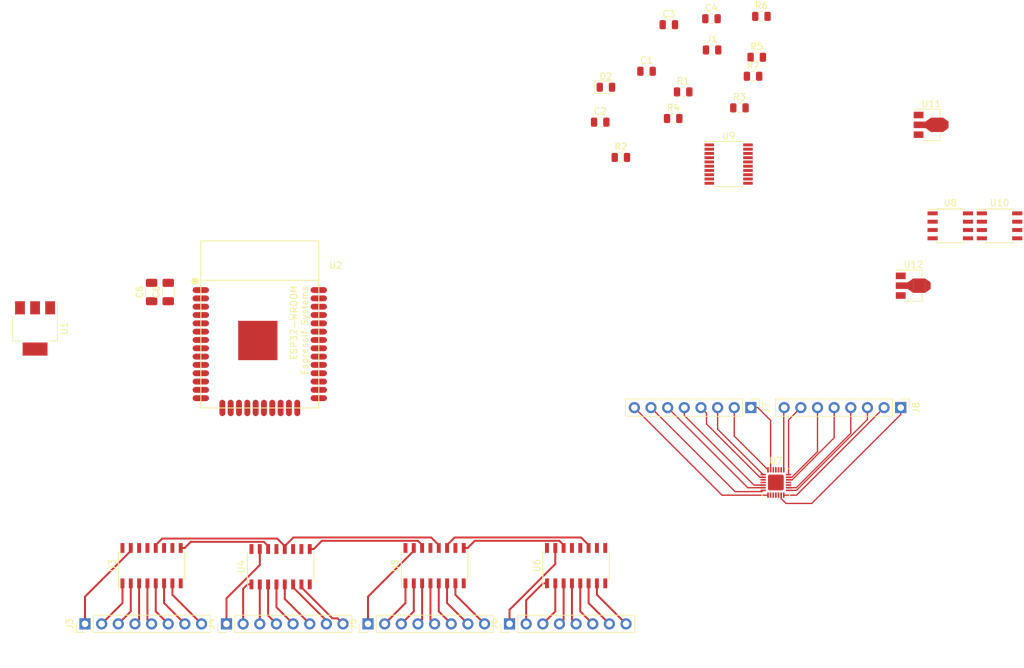
<source format=kicad_pcb>
(kicad_pcb (version 20171130) (host pcbnew 5.1.4+dfsg1-1)

  (general
    (thickness 1.6)
    (drawings 0)
    (tracks 158)
    (zones 0)
    (modules 33)
    (nets 120)
  )

  (page A4)
  (layers
    (0 F.Cu signal)
    (31 B.Cu signal)
    (32 B.Adhes user)
    (33 F.Adhes user)
    (34 B.Paste user)
    (35 F.Paste user)
    (36 B.SilkS user)
    (37 F.SilkS user)
    (38 B.Mask user)
    (39 F.Mask user)
    (40 Dwgs.User user)
    (41 Cmts.User user)
    (42 Eco1.User user)
    (43 Eco2.User user)
    (44 Edge.Cuts user)
    (45 Margin user)
    (46 B.CrtYd user)
    (47 F.CrtYd user)
    (48 B.Fab user)
    (49 F.Fab user)
  )

  (setup
    (last_trace_width 0.2)
    (user_trace_width 0.2)
    (user_trace_width 0.25)
    (user_trace_width 0.3)
    (user_trace_width 0.4)
    (user_trace_width 0.5)
    (trace_clearance 0.1)
    (zone_clearance 0.508)
    (zone_45_only no)
    (trace_min 0.2)
    (via_size 0.8)
    (via_drill 0.4)
    (via_min_size 0.4)
    (via_min_drill 0.3)
    (user_via 0.45 0.3)
    (uvia_size 0.3)
    (uvia_drill 0.1)
    (uvias_allowed no)
    (uvia_min_size 0.2)
    (uvia_min_drill 0.1)
    (edge_width 0.15)
    (segment_width 0.2)
    (pcb_text_width 0.3)
    (pcb_text_size 1.5 1.5)
    (mod_edge_width 0.15)
    (mod_text_size 1 1)
    (mod_text_width 0.15)
    (pad_size 1.524 1.524)
    (pad_drill 0.762)
    (pad_to_mask_clearance 0.051)
    (solder_mask_min_width 0.2)
    (aux_axis_origin 0 0)
    (visible_elements FFFFFF7F)
    (pcbplotparams
      (layerselection 0x010fc_ffffffff)
      (usegerberextensions false)
      (usegerberattributes false)
      (usegerberadvancedattributes false)
      (creategerberjobfile false)
      (excludeedgelayer true)
      (linewidth 0.100000)
      (plotframeref false)
      (viasonmask false)
      (mode 1)
      (useauxorigin false)
      (hpglpennumber 1)
      (hpglpenspeed 20)
      (hpglpendiameter 15.000000)
      (psnegative false)
      (psa4output false)
      (plotreference true)
      (plotvalue true)
      (plotinvisibletext false)
      (padsonsilk false)
      (subtractmaskfromsilk false)
      (outputformat 1)
      (mirror false)
      (drillshape 1)
      (scaleselection 1)
      (outputdirectory ""))
  )

  (net 0 "")
  (net 1 +3V3)
  (net 2 GND)
  (net 3 /En)
  (net 4 +15V)
  (net 5 "Net-(D2-Pad2)")
  (net 6 /SD_DAT3)
  (net 7 /SD_DAT2)
  (net 8 "/I2S Serial Expander/D7")
  (net 9 "/I2S Serial Expander/D6")
  (net 10 "/I2S Serial Expander/D5")
  (net 11 "/I2S Serial Expander/D4")
  (net 12 "/I2S Serial Expander/D3")
  (net 13 "/I2S Serial Expander/D2")
  (net 14 "/I2S Serial Expander/D1")
  (net 15 "/I2S Serial Expander/D0")
  (net 16 "/I2S Serial Expander/D8")
  (net 17 "/I2S Serial Expander/D9")
  (net 18 "/I2S Serial Expander/D10")
  (net 19 "/I2S Serial Expander/D11")
  (net 20 "/I2S Serial Expander/D12")
  (net 21 "/I2S Serial Expander/D13")
  (net 22 "/I2S Serial Expander/D14")
  (net 23 "/I2S Serial Expander/D15")
  (net 24 "/I2S Serial Expander/D16")
  (net 25 "/I2S Serial Expander/D17")
  (net 26 "/I2S Serial Expander/D18")
  (net 27 "/I2S Serial Expander/D19")
  (net 28 "/I2S Serial Expander/D20")
  (net 29 "/I2S Serial Expander/D21")
  (net 30 "/I2S Serial Expander/D22")
  (net 31 "/I2S Serial Expander/D23")
  (net 32 "/I2S Serial Expander/D24")
  (net 33 "/I2S Serial Expander/D25")
  (net 34 "/I2S Serial Expander/D26")
  (net 35 "/I2S Serial Expander/D27")
  (net 36 "/I2S Serial Expander/D28")
  (net 37 "/I2S Serial Expander/D29")
  (net 38 "/I2S Serial Expander/D30")
  (net 39 "/I2S Serial Expander/D31")
  (net 40 "Net-(J7-Pad8)")
  (net 41 "Net-(J7-Pad7)")
  (net 42 "Net-(J7-Pad6)")
  (net 43 "Net-(J7-Pad5)")
  (net 44 "Net-(J7-Pad4)")
  (net 45 "Net-(J7-Pad3)")
  (net 46 "Net-(J7-Pad2)")
  (net 47 "Net-(J7-Pad1)")
  (net 48 "Net-(J8-Pad8)")
  (net 49 "Net-(J8-Pad7)")
  (net 50 "Net-(J8-Pad6)")
  (net 51 "Net-(J8-Pad5)")
  (net 52 "Net-(J8-Pad4)")
  (net 53 "Net-(J8-Pad3)")
  (net 54 "Net-(J8-Pad2)")
  (net 55 "Net-(J8-Pad1)")
  (net 56 "Net-(D1-Pad2)")
  (net 57 /SD_CMD)
  (net 58 /SD_CLK)
  (net 59 /SD_DAT0)
  (net 60 "Net-(U2-Pad37)")
  (net 61 "Net-(U2-Pad36)")
  (net 62 /TXD0)
  (net 63 /RXD0)
  (net 64 /DATA)
  (net 65 "Net-(U2-Pad32)")
  (net 66 /IO19)
  (net 67 /IO18)
  (net 68 /SCK)
  (net 69 /BCK)
  (net 70 /WS)
  (net 71 /SD_DAT1)
  (net 72 /IO0)
  (net 73 "Net-(U2-Pad22)")
  (net 74 "Net-(U2-Pad21)")
  (net 75 "Net-(U2-Pad20)")
  (net 76 "Net-(U2-Pad19)")
  (net 77 "Net-(U2-Pad18)")
  (net 78 "Net-(U2-Pad17)")
  (net 79 /INT)
  (net 80 /SCL)
  (net 81 /SDA)
  (net 82 "Net-(U2-Pad9)")
  (net 83 "Net-(U2-Pad8)")
  (net 84 "Net-(U2-Pad7)")
  (net 85 "Net-(U2-Pad6)")
  (net 86 "Net-(U2-Pad5)")
  (net 87 "Net-(U2-Pad4)")
  (net 88 "Net-(U3-Pad9)")
  (net 89 "/I2S Serial Expander/BCK")
  (net 90 "/I2S Serial Expander/WS")
  (net 91 "/I2S Serial Expander/DATA")
  (net 92 "Net-(U4-Pad9)")
  (net 93 "Net-(U5-Pad9)")
  (net 94 "Net-(U6-Pad9)")
  (net 95 "Net-(U7-Pad11)")
  (net 96 "/I2C Expander/RESET")
  (net 97 "Net-(C14-Pad1)")
  (net 98 "Net-(C14-Pad2)")
  (net 99 "Net-(C10-Pad2)")
  (net 100 "Net-(R11-Pad1)")
  (net 101 "Net-(R14-Pad1)")
  (net 102 "/I2S DAC/SCK")
  (net 103 "/I2S DAC/BCK")
  (net 104 "/I2S DAC/LRCK")
  (net 105 "Net-(U9-Pad17)")
  (net 106 "Net-(C16-Pad2)")
  (net 107 +12V)
  (net 108 -15V)
  (net 109 -12V)
  (net 110 "/I2S DAC/OUT_L+")
  (net 111 "Net-(R12-Pad2)")
  (net 112 "/I2S DAC/DAC_OUT_L")
  (net 113 "/I2S DAC/DAC_OUT_R")
  (net 114 "Net-(R10-Pad2)")
  (net 115 "/I2S DAC/OUT_R+")
  (net 116 "/I2S DAC/OUT_R-")
  (net 117 "Net-(R16-Pad2)")
  (net 118 "Net-(R15-Pad2)")
  (net 119 "/I2S DAC/OUT_L-")

  (net_class Default "This is the default net class."
    (clearance 0.1)
    (trace_width 0.25)
    (via_dia 0.8)
    (via_drill 0.4)
    (uvia_dia 0.3)
    (uvia_drill 0.1)
    (add_net +12V)
    (add_net +15V)
    (add_net +3V3)
    (add_net -12V)
    (add_net -15V)
    (add_net /BCK)
    (add_net /DATA)
    (add_net /En)
    (add_net "/I2C Expander/RESET")
    (add_net "/I2S DAC/BCK")
    (add_net "/I2S DAC/DAC_OUT_L")
    (add_net "/I2S DAC/DAC_OUT_R")
    (add_net "/I2S DAC/LRCK")
    (add_net "/I2S DAC/OUT_L+")
    (add_net "/I2S DAC/OUT_L-")
    (add_net "/I2S DAC/OUT_R+")
    (add_net "/I2S DAC/OUT_R-")
    (add_net "/I2S DAC/SCK")
    (add_net "/I2S Serial Expander/BCK")
    (add_net "/I2S Serial Expander/D0")
    (add_net "/I2S Serial Expander/D1")
    (add_net "/I2S Serial Expander/D10")
    (add_net "/I2S Serial Expander/D11")
    (add_net "/I2S Serial Expander/D12")
    (add_net "/I2S Serial Expander/D13")
    (add_net "/I2S Serial Expander/D14")
    (add_net "/I2S Serial Expander/D15")
    (add_net "/I2S Serial Expander/D16")
    (add_net "/I2S Serial Expander/D17")
    (add_net "/I2S Serial Expander/D18")
    (add_net "/I2S Serial Expander/D19")
    (add_net "/I2S Serial Expander/D2")
    (add_net "/I2S Serial Expander/D20")
    (add_net "/I2S Serial Expander/D21")
    (add_net "/I2S Serial Expander/D22")
    (add_net "/I2S Serial Expander/D23")
    (add_net "/I2S Serial Expander/D24")
    (add_net "/I2S Serial Expander/D25")
    (add_net "/I2S Serial Expander/D26")
    (add_net "/I2S Serial Expander/D27")
    (add_net "/I2S Serial Expander/D28")
    (add_net "/I2S Serial Expander/D29")
    (add_net "/I2S Serial Expander/D3")
    (add_net "/I2S Serial Expander/D30")
    (add_net "/I2S Serial Expander/D31")
    (add_net "/I2S Serial Expander/D4")
    (add_net "/I2S Serial Expander/D5")
    (add_net "/I2S Serial Expander/D6")
    (add_net "/I2S Serial Expander/D7")
    (add_net "/I2S Serial Expander/D8")
    (add_net "/I2S Serial Expander/D9")
    (add_net "/I2S Serial Expander/DATA")
    (add_net "/I2S Serial Expander/WS")
    (add_net /INT)
    (add_net /IO0)
    (add_net /IO18)
    (add_net /IO19)
    (add_net /RXD0)
    (add_net /SCK)
    (add_net /SCL)
    (add_net /SDA)
    (add_net /SD_CLK)
    (add_net /SD_CMD)
    (add_net /SD_DAT0)
    (add_net /SD_DAT1)
    (add_net /SD_DAT2)
    (add_net /SD_DAT3)
    (add_net /TXD0)
    (add_net /WS)
    (add_net GND)
    (add_net "Net-(C10-Pad2)")
    (add_net "Net-(C14-Pad1)")
    (add_net "Net-(C14-Pad2)")
    (add_net "Net-(C16-Pad2)")
    (add_net "Net-(D1-Pad2)")
    (add_net "Net-(D2-Pad2)")
    (add_net "Net-(J7-Pad1)")
    (add_net "Net-(J7-Pad2)")
    (add_net "Net-(J7-Pad3)")
    (add_net "Net-(J7-Pad4)")
    (add_net "Net-(J7-Pad5)")
    (add_net "Net-(J7-Pad6)")
    (add_net "Net-(J7-Pad7)")
    (add_net "Net-(J7-Pad8)")
    (add_net "Net-(J8-Pad1)")
    (add_net "Net-(J8-Pad2)")
    (add_net "Net-(J8-Pad3)")
    (add_net "Net-(J8-Pad4)")
    (add_net "Net-(J8-Pad5)")
    (add_net "Net-(J8-Pad6)")
    (add_net "Net-(J8-Pad7)")
    (add_net "Net-(J8-Pad8)")
    (add_net "Net-(R10-Pad2)")
    (add_net "Net-(R11-Pad1)")
    (add_net "Net-(R12-Pad2)")
    (add_net "Net-(R14-Pad1)")
    (add_net "Net-(R15-Pad2)")
    (add_net "Net-(R16-Pad2)")
    (add_net "Net-(U2-Pad17)")
    (add_net "Net-(U2-Pad18)")
    (add_net "Net-(U2-Pad19)")
    (add_net "Net-(U2-Pad20)")
    (add_net "Net-(U2-Pad21)")
    (add_net "Net-(U2-Pad22)")
    (add_net "Net-(U2-Pad32)")
    (add_net "Net-(U2-Pad36)")
    (add_net "Net-(U2-Pad37)")
    (add_net "Net-(U2-Pad4)")
    (add_net "Net-(U2-Pad5)")
    (add_net "Net-(U2-Pad6)")
    (add_net "Net-(U2-Pad7)")
    (add_net "Net-(U2-Pad8)")
    (add_net "Net-(U2-Pad9)")
    (add_net "Net-(U3-Pad9)")
    (add_net "Net-(U4-Pad9)")
    (add_net "Net-(U5-Pad9)")
    (add_net "Net-(U6-Pad9)")
    (add_net "Net-(U7-Pad11)")
    (add_net "Net-(U9-Pad17)")
  )

  (module Capacitor_SMD:C_0805_2012Metric (layer F.Cu) (tedit 5B36C52B) (tstamp 5CDCD424)
    (at 163.1465 68.0212)
    (descr "Capacitor SMD 0805 (2012 Metric), square (rectangular) end terminal, IPC_7351 nominal, (Body size source: https://docs.google.com/spreadsheets/d/1BsfQQcO9C6DZCsRaXUlFlo91Tg2WpOkGARC1WS5S8t0/edit?usp=sharing), generated with kicad-footprint-generator")
    (tags capacitor)
    (path /5CAA03BC)
    (attr smd)
    (fp_text reference C1 (at 0 -1.65) (layer F.SilkS)
      (effects (font (size 1 1) (thickness 0.15)))
    )
    (fp_text value C (at 0 1.65) (layer F.Fab)
      (effects (font (size 1 1) (thickness 0.15)))
    )
    (fp_line (start -1 0.6) (end -1 -0.6) (layer F.Fab) (width 0.1))
    (fp_line (start -1 -0.6) (end 1 -0.6) (layer F.Fab) (width 0.1))
    (fp_line (start 1 -0.6) (end 1 0.6) (layer F.Fab) (width 0.1))
    (fp_line (start 1 0.6) (end -1 0.6) (layer F.Fab) (width 0.1))
    (fp_line (start -0.258578 -0.71) (end 0.258578 -0.71) (layer F.SilkS) (width 0.12))
    (fp_line (start -0.258578 0.71) (end 0.258578 0.71) (layer F.SilkS) (width 0.12))
    (fp_line (start -1.68 0.95) (end -1.68 -0.95) (layer F.CrtYd) (width 0.05))
    (fp_line (start -1.68 -0.95) (end 1.68 -0.95) (layer F.CrtYd) (width 0.05))
    (fp_line (start 1.68 -0.95) (end 1.68 0.95) (layer F.CrtYd) (width 0.05))
    (fp_line (start 1.68 0.95) (end -1.68 0.95) (layer F.CrtYd) (width 0.05))
    (fp_text user %R (at 0 0) (layer F.Fab)
      (effects (font (size 0.5 0.5) (thickness 0.08)))
    )
    (pad 1 smd roundrect (at -0.9375 0) (size 0.975 1.4) (layers F.Cu F.Paste F.Mask) (roundrect_rratio 0.25)
      (net 1 +3V3))
    (pad 2 smd roundrect (at 0.9375 0) (size 0.975 1.4) (layers F.Cu F.Paste F.Mask) (roundrect_rratio 0.25)
      (net 2 GND))
    (model ${KISYS3DMOD}/Capacitor_SMD.3dshapes/C_0805_2012Metric.wrl
      (at (xyz 0 0 0))
      (scale (xyz 1 1 1))
      (rotate (xyz 0 0 0))
    )
  )

  (module Capacitor_SMD:C_0805_2012Metric (layer F.Cu) (tedit 5B36C52B) (tstamp 5CDCD435)
    (at 156.0807 75.7936)
    (descr "Capacitor SMD 0805 (2012 Metric), square (rectangular) end terminal, IPC_7351 nominal, (Body size source: https://docs.google.com/spreadsheets/d/1BsfQQcO9C6DZCsRaXUlFlo91Tg2WpOkGARC1WS5S8t0/edit?usp=sharing), generated with kicad-footprint-generator")
    (tags capacitor)
    (path /5CA9EA90)
    (attr smd)
    (fp_text reference C2 (at 0 -1.65) (layer F.SilkS)
      (effects (font (size 1 1) (thickness 0.15)))
    )
    (fp_text value 12nF (at 0 1.65) (layer F.Fab)
      (effects (font (size 1 1) (thickness 0.15)))
    )
    (fp_text user %R (at 0 0) (layer F.Fab)
      (effects (font (size 0.5 0.5) (thickness 0.08)))
    )
    (fp_line (start 1.68 0.95) (end -1.68 0.95) (layer F.CrtYd) (width 0.05))
    (fp_line (start 1.68 -0.95) (end 1.68 0.95) (layer F.CrtYd) (width 0.05))
    (fp_line (start -1.68 -0.95) (end 1.68 -0.95) (layer F.CrtYd) (width 0.05))
    (fp_line (start -1.68 0.95) (end -1.68 -0.95) (layer F.CrtYd) (width 0.05))
    (fp_line (start -0.258578 0.71) (end 0.258578 0.71) (layer F.SilkS) (width 0.12))
    (fp_line (start -0.258578 -0.71) (end 0.258578 -0.71) (layer F.SilkS) (width 0.12))
    (fp_line (start 1 0.6) (end -1 0.6) (layer F.Fab) (width 0.1))
    (fp_line (start 1 -0.6) (end 1 0.6) (layer F.Fab) (width 0.1))
    (fp_line (start -1 -0.6) (end 1 -0.6) (layer F.Fab) (width 0.1))
    (fp_line (start -1 0.6) (end -1 -0.6) (layer F.Fab) (width 0.1))
    (pad 2 smd roundrect (at 0.9375 0) (size 0.975 1.4) (layers F.Cu F.Paste F.Mask) (roundrect_rratio 0.25)
      (net 2 GND))
    (pad 1 smd roundrect (at -0.9375 0) (size 0.975 1.4) (layers F.Cu F.Paste F.Mask) (roundrect_rratio 0.25)
      (net 3 /En))
    (model ${KISYS3DMOD}/Capacitor_SMD.3dshapes/C_0805_2012Metric.wrl
      (at (xyz 0 0 0))
      (scale (xyz 1 1 1))
      (rotate (xyz 0 0 0))
    )
  )

  (module Capacitor_SMD:C_0805_2012Metric (layer F.Cu) (tedit 5B36C52B) (tstamp 5CDCD446)
    (at 166.5501 60.9092)
    (descr "Capacitor SMD 0805 (2012 Metric), square (rectangular) end terminal, IPC_7351 nominal, (Body size source: https://docs.google.com/spreadsheets/d/1BsfQQcO9C6DZCsRaXUlFlo91Tg2WpOkGARC1WS5S8t0/edit?usp=sharing), generated with kicad-footprint-generator")
    (tags capacitor)
    (path /5CA9DB7C)
    (attr smd)
    (fp_text reference C3 (at 0 -1.65) (layer F.SilkS)
      (effects (font (size 1 1) (thickness 0.15)))
    )
    (fp_text value 10uF (at 0 1.65) (layer F.Fab)
      (effects (font (size 1 1) (thickness 0.15)))
    )
    (fp_line (start -1 0.6) (end -1 -0.6) (layer F.Fab) (width 0.1))
    (fp_line (start -1 -0.6) (end 1 -0.6) (layer F.Fab) (width 0.1))
    (fp_line (start 1 -0.6) (end 1 0.6) (layer F.Fab) (width 0.1))
    (fp_line (start 1 0.6) (end -1 0.6) (layer F.Fab) (width 0.1))
    (fp_line (start -0.258578 -0.71) (end 0.258578 -0.71) (layer F.SilkS) (width 0.12))
    (fp_line (start -0.258578 0.71) (end 0.258578 0.71) (layer F.SilkS) (width 0.12))
    (fp_line (start -1.68 0.95) (end -1.68 -0.95) (layer F.CrtYd) (width 0.05))
    (fp_line (start -1.68 -0.95) (end 1.68 -0.95) (layer F.CrtYd) (width 0.05))
    (fp_line (start 1.68 -0.95) (end 1.68 0.95) (layer F.CrtYd) (width 0.05))
    (fp_line (start 1.68 0.95) (end -1.68 0.95) (layer F.CrtYd) (width 0.05))
    (fp_text user %R (at 0 0) (layer F.Fab)
      (effects (font (size 0.5 0.5) (thickness 0.08)))
    )
    (pad 1 smd roundrect (at -0.9375 0) (size 0.975 1.4) (layers F.Cu F.Paste F.Mask) (roundrect_rratio 0.25)
      (net 4 +15V))
    (pad 2 smd roundrect (at 0.9375 0) (size 0.975 1.4) (layers F.Cu F.Paste F.Mask) (roundrect_rratio 0.25)
      (net 2 GND))
    (model ${KISYS3DMOD}/Capacitor_SMD.3dshapes/C_0805_2012Metric.wrl
      (at (xyz 0 0 0))
      (scale (xyz 1 1 1))
      (rotate (xyz 0 0 0))
    )
  )

  (module Capacitor_SMD:C_0805_2012Metric (layer F.Cu) (tedit 5B36C52B) (tstamp 5CDCD457)
    (at 173.0525 59.9948)
    (descr "Capacitor SMD 0805 (2012 Metric), square (rectangular) end terminal, IPC_7351 nominal, (Body size source: https://docs.google.com/spreadsheets/d/1BsfQQcO9C6DZCsRaXUlFlo91Tg2WpOkGARC1WS5S8t0/edit?usp=sharing), generated with kicad-footprint-generator")
    (tags capacitor)
    (path /5CA9DBE7)
    (attr smd)
    (fp_text reference C4 (at 0 -1.65) (layer F.SilkS)
      (effects (font (size 1 1) (thickness 0.15)))
    )
    (fp_text value C (at 0 1.65) (layer F.Fab)
      (effects (font (size 1 1) (thickness 0.15)))
    )
    (fp_text user %R (at 0 0) (layer F.Fab)
      (effects (font (size 0.5 0.5) (thickness 0.08)))
    )
    (fp_line (start 1.68 0.95) (end -1.68 0.95) (layer F.CrtYd) (width 0.05))
    (fp_line (start 1.68 -0.95) (end 1.68 0.95) (layer F.CrtYd) (width 0.05))
    (fp_line (start -1.68 -0.95) (end 1.68 -0.95) (layer F.CrtYd) (width 0.05))
    (fp_line (start -1.68 0.95) (end -1.68 -0.95) (layer F.CrtYd) (width 0.05))
    (fp_line (start -0.258578 0.71) (end 0.258578 0.71) (layer F.SilkS) (width 0.12))
    (fp_line (start -0.258578 -0.71) (end 0.258578 -0.71) (layer F.SilkS) (width 0.12))
    (fp_line (start 1 0.6) (end -1 0.6) (layer F.Fab) (width 0.1))
    (fp_line (start 1 -0.6) (end 1 0.6) (layer F.Fab) (width 0.1))
    (fp_line (start -1 -0.6) (end 1 -0.6) (layer F.Fab) (width 0.1))
    (fp_line (start -1 0.6) (end -1 -0.6) (layer F.Fab) (width 0.1))
    (pad 2 smd roundrect (at 0.9375 0) (size 0.975 1.4) (layers F.Cu F.Paste F.Mask) (roundrect_rratio 0.25)
      (net 2 GND))
    (pad 1 smd roundrect (at -0.9375 0) (size 0.975 1.4) (layers F.Cu F.Paste F.Mask) (roundrect_rratio 0.25)
      (net 1 +3V3))
    (model ${KISYS3DMOD}/Capacitor_SMD.3dshapes/C_0805_2012Metric.wrl
      (at (xyz 0 0 0))
      (scale (xyz 1 1 1))
      (rotate (xyz 0 0 0))
    )
  )

  (module Capacitor_SMD:C_1206_3216Metric (layer F.Cu) (tedit 5B301BBE) (tstamp 5E076DAB)
    (at 87.63 101.73 90)
    (descr "Capacitor SMD 1206 (3216 Metric), square (rectangular) end terminal, IPC_7351 nominal, (Body size source: http://www.tortai-tech.com/upload/download/2011102023233369053.pdf), generated with kicad-footprint-generator")
    (tags capacitor)
    (path /5CA9E1B5)
    (attr smd)
    (fp_text reference C5 (at 0 -1.82 90) (layer F.SilkS)
      (effects (font (size 1 1) (thickness 0.15)))
    )
    (fp_text value 1uF/10V (at 0 1.82 90) (layer F.Fab)
      (effects (font (size 1 1) (thickness 0.15)))
    )
    (fp_text user %R (at 0 0 90) (layer F.Fab)
      (effects (font (size 0.8 0.8) (thickness 0.12)))
    )
    (fp_line (start 2.28 1.12) (end -2.28 1.12) (layer F.CrtYd) (width 0.05))
    (fp_line (start 2.28 -1.12) (end 2.28 1.12) (layer F.CrtYd) (width 0.05))
    (fp_line (start -2.28 -1.12) (end 2.28 -1.12) (layer F.CrtYd) (width 0.05))
    (fp_line (start -2.28 1.12) (end -2.28 -1.12) (layer F.CrtYd) (width 0.05))
    (fp_line (start -0.602064 0.91) (end 0.602064 0.91) (layer F.SilkS) (width 0.12))
    (fp_line (start -0.602064 -0.91) (end 0.602064 -0.91) (layer F.SilkS) (width 0.12))
    (fp_line (start 1.6 0.8) (end -1.6 0.8) (layer F.Fab) (width 0.1))
    (fp_line (start 1.6 -0.8) (end 1.6 0.8) (layer F.Fab) (width 0.1))
    (fp_line (start -1.6 -0.8) (end 1.6 -0.8) (layer F.Fab) (width 0.1))
    (fp_line (start -1.6 0.8) (end -1.6 -0.8) (layer F.Fab) (width 0.1))
    (pad 2 smd roundrect (at 1.4 0 90) (size 1.25 1.75) (layers F.Cu F.Paste F.Mask) (roundrect_rratio 0.2)
      (net 2 GND))
    (pad 1 smd roundrect (at -1.4 0 90) (size 1.25 1.75) (layers F.Cu F.Paste F.Mask) (roundrect_rratio 0.2)
      (net 1 +3V3))
    (model ${KISYS3DMOD}/Capacitor_SMD.3dshapes/C_1206_3216Metric.wrl
      (at (xyz 0 0 0))
      (scale (xyz 1 1 1))
      (rotate (xyz 0 0 0))
    )
  )

  (module Capacitor_SMD:C_1206_3216Metric (layer F.Cu) (tedit 5B301BBE) (tstamp 5E076D7B)
    (at 90.17 101.73 90)
    (descr "Capacitor SMD 1206 (3216 Metric), square (rectangular) end terminal, IPC_7351 nominal, (Body size source: http://www.tortai-tech.com/upload/download/2011102023233369053.pdf), generated with kicad-footprint-generator")
    (tags capacitor)
    (path /5CA9E1E3)
    (attr smd)
    (fp_text reference C6 (at 0 -1.82 90) (layer F.SilkS)
      (effects (font (size 1 1) (thickness 0.15)))
    )
    (fp_text value 100uF/6.3v (at 0 1.82 90) (layer F.Fab)
      (effects (font (size 1 1) (thickness 0.15)))
    )
    (fp_line (start -1.6 0.8) (end -1.6 -0.8) (layer F.Fab) (width 0.1))
    (fp_line (start -1.6 -0.8) (end 1.6 -0.8) (layer F.Fab) (width 0.1))
    (fp_line (start 1.6 -0.8) (end 1.6 0.8) (layer F.Fab) (width 0.1))
    (fp_line (start 1.6 0.8) (end -1.6 0.8) (layer F.Fab) (width 0.1))
    (fp_line (start -0.602064 -0.91) (end 0.602064 -0.91) (layer F.SilkS) (width 0.12))
    (fp_line (start -0.602064 0.91) (end 0.602064 0.91) (layer F.SilkS) (width 0.12))
    (fp_line (start -2.28 1.12) (end -2.28 -1.12) (layer F.CrtYd) (width 0.05))
    (fp_line (start -2.28 -1.12) (end 2.28 -1.12) (layer F.CrtYd) (width 0.05))
    (fp_line (start 2.28 -1.12) (end 2.28 1.12) (layer F.CrtYd) (width 0.05))
    (fp_line (start 2.28 1.12) (end -2.28 1.12) (layer F.CrtYd) (width 0.05))
    (fp_text user %R (at 0 0 90) (layer F.Fab)
      (effects (font (size 0.8 0.8) (thickness 0.12)))
    )
    (pad 1 smd roundrect (at -1.4 0 90) (size 1.25 1.75) (layers F.Cu F.Paste F.Mask) (roundrect_rratio 0.2)
      (net 1 +3V3))
    (pad 2 smd roundrect (at 1.4 0 90) (size 1.25 1.75) (layers F.Cu F.Paste F.Mask) (roundrect_rratio 0.2)
      (net 2 GND))
    (model ${KISYS3DMOD}/Capacitor_SMD.3dshapes/C_1206_3216Metric.wrl
      (at (xyz 0 0 0))
      (scale (xyz 1 1 1))
      (rotate (xyz 0 0 0))
    )
  )

  (module Diode_SMD:D_0805_2012Metric (layer F.Cu) (tedit 5B36C52B) (tstamp 5CDCD48C)
    (at 156.9443 70.4596)
    (descr "Diode SMD 0805 (2012 Metric), square (rectangular) end terminal, IPC_7351 nominal, (Body size source: https://docs.google.com/spreadsheets/d/1BsfQQcO9C6DZCsRaXUlFlo91Tg2WpOkGARC1WS5S8t0/edit?usp=sharing), generated with kicad-footprint-generator")
    (tags diode)
    (path /5CAC0372)
    (attr smd)
    (fp_text reference D2 (at 0 -1.65) (layer F.SilkS)
      (effects (font (size 1 1) (thickness 0.15)))
    )
    (fp_text value D (at 0 1.65) (layer F.Fab)
      (effects (font (size 1 1) (thickness 0.15)))
    )
    (fp_line (start 1 -0.6) (end -0.7 -0.6) (layer F.Fab) (width 0.1))
    (fp_line (start -0.7 -0.6) (end -1 -0.3) (layer F.Fab) (width 0.1))
    (fp_line (start -1 -0.3) (end -1 0.6) (layer F.Fab) (width 0.1))
    (fp_line (start -1 0.6) (end 1 0.6) (layer F.Fab) (width 0.1))
    (fp_line (start 1 0.6) (end 1 -0.6) (layer F.Fab) (width 0.1))
    (fp_line (start 1 -0.96) (end -1.685 -0.96) (layer F.SilkS) (width 0.12))
    (fp_line (start -1.685 -0.96) (end -1.685 0.96) (layer F.SilkS) (width 0.12))
    (fp_line (start -1.685 0.96) (end 1 0.96) (layer F.SilkS) (width 0.12))
    (fp_line (start -1.68 0.95) (end -1.68 -0.95) (layer F.CrtYd) (width 0.05))
    (fp_line (start -1.68 -0.95) (end 1.68 -0.95) (layer F.CrtYd) (width 0.05))
    (fp_line (start 1.68 -0.95) (end 1.68 0.95) (layer F.CrtYd) (width 0.05))
    (fp_line (start 1.68 0.95) (end -1.68 0.95) (layer F.CrtYd) (width 0.05))
    (fp_text user %R (at 0 0) (layer F.Fab)
      (effects (font (size 0.5 0.5) (thickness 0.08)))
    )
    (pad 1 smd roundrect (at -0.9375 0) (size 0.975 1.4) (layers F.Cu F.Paste F.Mask) (roundrect_rratio 0.25)
      (net 4 +15V))
    (pad 2 smd roundrect (at 0.9375 0) (size 0.975 1.4) (layers F.Cu F.Paste F.Mask) (roundrect_rratio 0.25)
      (net 5 "Net-(D2-Pad2)"))
    (model ${KISYS3DMOD}/Diode_SMD.3dshapes/D_0805_2012Metric.wrl
      (at (xyz 0 0 0))
      (scale (xyz 1 1 1))
      (rotate (xyz 0 0 0))
    )
  )

  (module Resistor_SMD:R_0805_2012Metric (layer F.Cu) (tedit 5B36C52B) (tstamp 5CDCD49D)
    (at 173.1541 64.77)
    (descr "Resistor SMD 0805 (2012 Metric), square (rectangular) end terminal, IPC_7351 nominal, (Body size source: https://docs.google.com/spreadsheets/d/1BsfQQcO9C6DZCsRaXUlFlo91Tg2WpOkGARC1WS5S8t0/edit?usp=sharing), generated with kicad-footprint-generator")
    (tags resistor)
    (path /5CA9F6E8)
    (attr smd)
    (fp_text reference J1 (at 0 -1.65) (layer F.SilkS)
      (effects (font (size 1 1) (thickness 0.15)))
    )
    (fp_text value Micro_SD_Card (at 0 1.65) (layer F.Fab)
      (effects (font (size 1 1) (thickness 0.15)))
    )
    (fp_text user %R (at 0 0) (layer F.Fab)
      (effects (font (size 0.5 0.5) (thickness 0.08)))
    )
    (fp_line (start 1.68 0.95) (end -1.68 0.95) (layer F.CrtYd) (width 0.05))
    (fp_line (start 1.68 -0.95) (end 1.68 0.95) (layer F.CrtYd) (width 0.05))
    (fp_line (start -1.68 -0.95) (end 1.68 -0.95) (layer F.CrtYd) (width 0.05))
    (fp_line (start -1.68 0.95) (end -1.68 -0.95) (layer F.CrtYd) (width 0.05))
    (fp_line (start -0.258578 0.71) (end 0.258578 0.71) (layer F.SilkS) (width 0.12))
    (fp_line (start -0.258578 -0.71) (end 0.258578 -0.71) (layer F.SilkS) (width 0.12))
    (fp_line (start 1 0.6) (end -1 0.6) (layer F.Fab) (width 0.1))
    (fp_line (start 1 -0.6) (end 1 0.6) (layer F.Fab) (width 0.1))
    (fp_line (start -1 -0.6) (end 1 -0.6) (layer F.Fab) (width 0.1))
    (fp_line (start -1 0.6) (end -1 -0.6) (layer F.Fab) (width 0.1))
    (pad 2 smd roundrect (at 0.9375 0) (size 0.975 1.4) (layers F.Cu F.Paste F.Mask) (roundrect_rratio 0.25)
      (net 6 /SD_DAT3))
    (pad 1 smd roundrect (at -0.9375 0) (size 0.975 1.4) (layers F.Cu F.Paste F.Mask) (roundrect_rratio 0.25)
      (net 7 /SD_DAT2))
    (model ${KISYS3DMOD}/Resistor_SMD.3dshapes/R_0805_2012Metric.wrl
      (at (xyz 0 0 0))
      (scale (xyz 1 1 1))
      (rotate (xyz 0 0 0))
    )
  )

  (module Connector_PinHeader_2.54mm:PinHeader_1x08_P2.54mm_Vertical (layer F.Cu) (tedit 59FED5CC) (tstamp 5CDCD4B9)
    (at 77.47 152.4 90)
    (descr "Through hole straight pin header, 1x08, 2.54mm pitch, single row")
    (tags "Through hole pin header THT 1x08 2.54mm single row")
    (path /5CAC35BA/5CAD04DB)
    (fp_text reference J3 (at 0 -2.33 90) (layer F.SilkS)
      (effects (font (size 1 1) (thickness 0.15)))
    )
    (fp_text value Conn_01x08_Male (at 0 20.11 90) (layer F.Fab)
      (effects (font (size 1 1) (thickness 0.15)))
    )
    (fp_text user %R (at 0 8.89) (layer F.Fab)
      (effects (font (size 1 1) (thickness 0.15)))
    )
    (fp_line (start 1.8 -1.8) (end -1.8 -1.8) (layer F.CrtYd) (width 0.05))
    (fp_line (start 1.8 19.55) (end 1.8 -1.8) (layer F.CrtYd) (width 0.05))
    (fp_line (start -1.8 19.55) (end 1.8 19.55) (layer F.CrtYd) (width 0.05))
    (fp_line (start -1.8 -1.8) (end -1.8 19.55) (layer F.CrtYd) (width 0.05))
    (fp_line (start -1.33 -1.33) (end 0 -1.33) (layer F.SilkS) (width 0.12))
    (fp_line (start -1.33 0) (end -1.33 -1.33) (layer F.SilkS) (width 0.12))
    (fp_line (start -1.33 1.27) (end 1.33 1.27) (layer F.SilkS) (width 0.12))
    (fp_line (start 1.33 1.27) (end 1.33 19.11) (layer F.SilkS) (width 0.12))
    (fp_line (start -1.33 1.27) (end -1.33 19.11) (layer F.SilkS) (width 0.12))
    (fp_line (start -1.33 19.11) (end 1.33 19.11) (layer F.SilkS) (width 0.12))
    (fp_line (start -1.27 -0.635) (end -0.635 -1.27) (layer F.Fab) (width 0.1))
    (fp_line (start -1.27 19.05) (end -1.27 -0.635) (layer F.Fab) (width 0.1))
    (fp_line (start 1.27 19.05) (end -1.27 19.05) (layer F.Fab) (width 0.1))
    (fp_line (start 1.27 -1.27) (end 1.27 19.05) (layer F.Fab) (width 0.1))
    (fp_line (start -0.635 -1.27) (end 1.27 -1.27) (layer F.Fab) (width 0.1))
    (pad 8 thru_hole oval (at 0 17.78 90) (size 1.7 1.7) (drill 1) (layers *.Cu *.Mask)
      (net 8 "/I2S Serial Expander/D7"))
    (pad 7 thru_hole oval (at 0 15.24 90) (size 1.7 1.7) (drill 1) (layers *.Cu *.Mask)
      (net 9 "/I2S Serial Expander/D6"))
    (pad 6 thru_hole oval (at 0 12.7 90) (size 1.7 1.7) (drill 1) (layers *.Cu *.Mask)
      (net 10 "/I2S Serial Expander/D5"))
    (pad 5 thru_hole oval (at 0 10.16 90) (size 1.7 1.7) (drill 1) (layers *.Cu *.Mask)
      (net 11 "/I2S Serial Expander/D4"))
    (pad 4 thru_hole oval (at 0 7.62 90) (size 1.7 1.7) (drill 1) (layers *.Cu *.Mask)
      (net 12 "/I2S Serial Expander/D3"))
    (pad 3 thru_hole oval (at 0 5.08 90) (size 1.7 1.7) (drill 1) (layers *.Cu *.Mask)
      (net 13 "/I2S Serial Expander/D2"))
    (pad 2 thru_hole oval (at 0 2.54 90) (size 1.7 1.7) (drill 1) (layers *.Cu *.Mask)
      (net 14 "/I2S Serial Expander/D1"))
    (pad 1 thru_hole rect (at 0 0 90) (size 1.7 1.7) (drill 1) (layers *.Cu *.Mask)
      (net 15 "/I2S Serial Expander/D0"))
    (model ${KISYS3DMOD}/Connector_PinHeader_2.54mm.3dshapes/PinHeader_1x08_P2.54mm_Vertical.wrl
      (at (xyz 0 0 0))
      (scale (xyz 1 1 1))
      (rotate (xyz 0 0 0))
    )
  )

  (module Connector_PinHeader_2.54mm:PinHeader_1x08_P2.54mm_Vertical (layer F.Cu) (tedit 59FED5CC) (tstamp 5CDCD4D5)
    (at 99.06 152.4 90)
    (descr "Through hole straight pin header, 1x08, 2.54mm pitch, single row")
    (tags "Through hole pin header THT 1x08 2.54mm single row")
    (path /5CAC35BA/5CAD0553)
    (fp_text reference J4 (at 0 -2.33 90) (layer F.SilkS)
      (effects (font (size 1 1) (thickness 0.15)))
    )
    (fp_text value Conn_01x08_Male (at 0 20.11 90) (layer F.Fab)
      (effects (font (size 1 1) (thickness 0.15)))
    )
    (fp_line (start -0.635 -1.27) (end 1.27 -1.27) (layer F.Fab) (width 0.1))
    (fp_line (start 1.27 -1.27) (end 1.27 19.05) (layer F.Fab) (width 0.1))
    (fp_line (start 1.27 19.05) (end -1.27 19.05) (layer F.Fab) (width 0.1))
    (fp_line (start -1.27 19.05) (end -1.27 -0.635) (layer F.Fab) (width 0.1))
    (fp_line (start -1.27 -0.635) (end -0.635 -1.27) (layer F.Fab) (width 0.1))
    (fp_line (start -1.33 19.11) (end 1.33 19.11) (layer F.SilkS) (width 0.12))
    (fp_line (start -1.33 1.27) (end -1.33 19.11) (layer F.SilkS) (width 0.12))
    (fp_line (start 1.33 1.27) (end 1.33 19.11) (layer F.SilkS) (width 0.12))
    (fp_line (start -1.33 1.27) (end 1.33 1.27) (layer F.SilkS) (width 0.12))
    (fp_line (start -1.33 0) (end -1.33 -1.33) (layer F.SilkS) (width 0.12))
    (fp_line (start -1.33 -1.33) (end 0 -1.33) (layer F.SilkS) (width 0.12))
    (fp_line (start -1.8 -1.8) (end -1.8 19.55) (layer F.CrtYd) (width 0.05))
    (fp_line (start -1.8 19.55) (end 1.8 19.55) (layer F.CrtYd) (width 0.05))
    (fp_line (start 1.8 19.55) (end 1.8 -1.8) (layer F.CrtYd) (width 0.05))
    (fp_line (start 1.8 -1.8) (end -1.8 -1.8) (layer F.CrtYd) (width 0.05))
    (fp_text user %R (at 0 8.89) (layer F.Fab)
      (effects (font (size 1 1) (thickness 0.15)))
    )
    (pad 1 thru_hole rect (at 0 0 90) (size 1.7 1.7) (drill 1) (layers *.Cu *.Mask)
      (net 16 "/I2S Serial Expander/D8"))
    (pad 2 thru_hole oval (at 0 2.54 90) (size 1.7 1.7) (drill 1) (layers *.Cu *.Mask)
      (net 17 "/I2S Serial Expander/D9"))
    (pad 3 thru_hole oval (at 0 5.08 90) (size 1.7 1.7) (drill 1) (layers *.Cu *.Mask)
      (net 18 "/I2S Serial Expander/D10"))
    (pad 4 thru_hole oval (at 0 7.62 90) (size 1.7 1.7) (drill 1) (layers *.Cu *.Mask)
      (net 19 "/I2S Serial Expander/D11"))
    (pad 5 thru_hole oval (at 0 10.16 90) (size 1.7 1.7) (drill 1) (layers *.Cu *.Mask)
      (net 20 "/I2S Serial Expander/D12"))
    (pad 6 thru_hole oval (at 0 12.7 90) (size 1.7 1.7) (drill 1) (layers *.Cu *.Mask)
      (net 21 "/I2S Serial Expander/D13"))
    (pad 7 thru_hole oval (at 0 15.24 90) (size 1.7 1.7) (drill 1) (layers *.Cu *.Mask)
      (net 22 "/I2S Serial Expander/D14"))
    (pad 8 thru_hole oval (at 0 17.78 90) (size 1.7 1.7) (drill 1) (layers *.Cu *.Mask)
      (net 23 "/I2S Serial Expander/D15"))
    (model ${KISYS3DMOD}/Connector_PinHeader_2.54mm.3dshapes/PinHeader_1x08_P2.54mm_Vertical.wrl
      (at (xyz 0 0 0))
      (scale (xyz 1 1 1))
      (rotate (xyz 0 0 0))
    )
  )

  (module Connector_PinHeader_2.54mm:PinHeader_1x08_P2.54mm_Vertical (layer F.Cu) (tedit 59FED5CC) (tstamp 5CDCD4F1)
    (at 120.65 152.4 90)
    (descr "Through hole straight pin header, 1x08, 2.54mm pitch, single row")
    (tags "Through hole pin header THT 1x08 2.54mm single row")
    (path /5CAC35BA/5CAD058B)
    (fp_text reference J5 (at 0 -2.33 90) (layer F.SilkS)
      (effects (font (size 1 1) (thickness 0.15)))
    )
    (fp_text value Conn_01x08_Male (at 0 20.11 90) (layer F.Fab)
      (effects (font (size 1 1) (thickness 0.15)))
    )
    (fp_line (start -0.635 -1.27) (end 1.27 -1.27) (layer F.Fab) (width 0.1))
    (fp_line (start 1.27 -1.27) (end 1.27 19.05) (layer F.Fab) (width 0.1))
    (fp_line (start 1.27 19.05) (end -1.27 19.05) (layer F.Fab) (width 0.1))
    (fp_line (start -1.27 19.05) (end -1.27 -0.635) (layer F.Fab) (width 0.1))
    (fp_line (start -1.27 -0.635) (end -0.635 -1.27) (layer F.Fab) (width 0.1))
    (fp_line (start -1.33 19.11) (end 1.33 19.11) (layer F.SilkS) (width 0.12))
    (fp_line (start -1.33 1.27) (end -1.33 19.11) (layer F.SilkS) (width 0.12))
    (fp_line (start 1.33 1.27) (end 1.33 19.11) (layer F.SilkS) (width 0.12))
    (fp_line (start -1.33 1.27) (end 1.33 1.27) (layer F.SilkS) (width 0.12))
    (fp_line (start -1.33 0) (end -1.33 -1.33) (layer F.SilkS) (width 0.12))
    (fp_line (start -1.33 -1.33) (end 0 -1.33) (layer F.SilkS) (width 0.12))
    (fp_line (start -1.8 -1.8) (end -1.8 19.55) (layer F.CrtYd) (width 0.05))
    (fp_line (start -1.8 19.55) (end 1.8 19.55) (layer F.CrtYd) (width 0.05))
    (fp_line (start 1.8 19.55) (end 1.8 -1.8) (layer F.CrtYd) (width 0.05))
    (fp_line (start 1.8 -1.8) (end -1.8 -1.8) (layer F.CrtYd) (width 0.05))
    (fp_text user %R (at 0 8.89) (layer F.Fab)
      (effects (font (size 1 1) (thickness 0.15)))
    )
    (pad 1 thru_hole rect (at 0 0 90) (size 1.7 1.7) (drill 1) (layers *.Cu *.Mask)
      (net 24 "/I2S Serial Expander/D16"))
    (pad 2 thru_hole oval (at 0 2.54 90) (size 1.7 1.7) (drill 1) (layers *.Cu *.Mask)
      (net 25 "/I2S Serial Expander/D17"))
    (pad 3 thru_hole oval (at 0 5.08 90) (size 1.7 1.7) (drill 1) (layers *.Cu *.Mask)
      (net 26 "/I2S Serial Expander/D18"))
    (pad 4 thru_hole oval (at 0 7.62 90) (size 1.7 1.7) (drill 1) (layers *.Cu *.Mask)
      (net 27 "/I2S Serial Expander/D19"))
    (pad 5 thru_hole oval (at 0 10.16 90) (size 1.7 1.7) (drill 1) (layers *.Cu *.Mask)
      (net 28 "/I2S Serial Expander/D20"))
    (pad 6 thru_hole oval (at 0 12.7 90) (size 1.7 1.7) (drill 1) (layers *.Cu *.Mask)
      (net 29 "/I2S Serial Expander/D21"))
    (pad 7 thru_hole oval (at 0 15.24 90) (size 1.7 1.7) (drill 1) (layers *.Cu *.Mask)
      (net 30 "/I2S Serial Expander/D22"))
    (pad 8 thru_hole oval (at 0 17.78 90) (size 1.7 1.7) (drill 1) (layers *.Cu *.Mask)
      (net 31 "/I2S Serial Expander/D23"))
    (model ${KISYS3DMOD}/Connector_PinHeader_2.54mm.3dshapes/PinHeader_1x08_P2.54mm_Vertical.wrl
      (at (xyz 0 0 0))
      (scale (xyz 1 1 1))
      (rotate (xyz 0 0 0))
    )
  )

  (module Connector_PinHeader_2.54mm:PinHeader_1x08_P2.54mm_Vertical (layer F.Cu) (tedit 59FED5CC) (tstamp 5CDCD50D)
    (at 142.24 152.4 90)
    (descr "Through hole straight pin header, 1x08, 2.54mm pitch, single row")
    (tags "Through hole pin header THT 1x08 2.54mm single row")
    (path /5CAC35BA/5CAD05EB)
    (fp_text reference J6 (at 0 -2.33 90) (layer F.SilkS)
      (effects (font (size 1 1) (thickness 0.15)))
    )
    (fp_text value Conn_01x08_Male (at 0 20.11 90) (layer F.Fab)
      (effects (font (size 1 1) (thickness 0.15)))
    )
    (fp_line (start -0.635 -1.27) (end 1.27 -1.27) (layer F.Fab) (width 0.1))
    (fp_line (start 1.27 -1.27) (end 1.27 19.05) (layer F.Fab) (width 0.1))
    (fp_line (start 1.27 19.05) (end -1.27 19.05) (layer F.Fab) (width 0.1))
    (fp_line (start -1.27 19.05) (end -1.27 -0.635) (layer F.Fab) (width 0.1))
    (fp_line (start -1.27 -0.635) (end -0.635 -1.27) (layer F.Fab) (width 0.1))
    (fp_line (start -1.33 19.11) (end 1.33 19.11) (layer F.SilkS) (width 0.12))
    (fp_line (start -1.33 1.27) (end -1.33 19.11) (layer F.SilkS) (width 0.12))
    (fp_line (start 1.33 1.27) (end 1.33 19.11) (layer F.SilkS) (width 0.12))
    (fp_line (start -1.33 1.27) (end 1.33 1.27) (layer F.SilkS) (width 0.12))
    (fp_line (start -1.33 0) (end -1.33 -1.33) (layer F.SilkS) (width 0.12))
    (fp_line (start -1.33 -1.33) (end 0 -1.33) (layer F.SilkS) (width 0.12))
    (fp_line (start -1.8 -1.8) (end -1.8 19.55) (layer F.CrtYd) (width 0.05))
    (fp_line (start -1.8 19.55) (end 1.8 19.55) (layer F.CrtYd) (width 0.05))
    (fp_line (start 1.8 19.55) (end 1.8 -1.8) (layer F.CrtYd) (width 0.05))
    (fp_line (start 1.8 -1.8) (end -1.8 -1.8) (layer F.CrtYd) (width 0.05))
    (fp_text user %R (at 0 8.89) (layer F.Fab)
      (effects (font (size 1 1) (thickness 0.15)))
    )
    (pad 1 thru_hole rect (at 0 0 90) (size 1.7 1.7) (drill 1) (layers *.Cu *.Mask)
      (net 32 "/I2S Serial Expander/D24"))
    (pad 2 thru_hole oval (at 0 2.54 90) (size 1.7 1.7) (drill 1) (layers *.Cu *.Mask)
      (net 33 "/I2S Serial Expander/D25"))
    (pad 3 thru_hole oval (at 0 5.08 90) (size 1.7 1.7) (drill 1) (layers *.Cu *.Mask)
      (net 34 "/I2S Serial Expander/D26"))
    (pad 4 thru_hole oval (at 0 7.62 90) (size 1.7 1.7) (drill 1) (layers *.Cu *.Mask)
      (net 35 "/I2S Serial Expander/D27"))
    (pad 5 thru_hole oval (at 0 10.16 90) (size 1.7 1.7) (drill 1) (layers *.Cu *.Mask)
      (net 36 "/I2S Serial Expander/D28"))
    (pad 6 thru_hole oval (at 0 12.7 90) (size 1.7 1.7) (drill 1) (layers *.Cu *.Mask)
      (net 37 "/I2S Serial Expander/D29"))
    (pad 7 thru_hole oval (at 0 15.24 90) (size 1.7 1.7) (drill 1) (layers *.Cu *.Mask)
      (net 38 "/I2S Serial Expander/D30"))
    (pad 8 thru_hole oval (at 0 17.78 90) (size 1.7 1.7) (drill 1) (layers *.Cu *.Mask)
      (net 39 "/I2S Serial Expander/D31"))
    (model ${KISYS3DMOD}/Connector_PinHeader_2.54mm.3dshapes/PinHeader_1x08_P2.54mm_Vertical.wrl
      (at (xyz 0 0 0))
      (scale (xyz 1 1 1))
      (rotate (xyz 0 0 0))
    )
  )

  (module Connector_PinHeader_2.54mm:PinHeader_1x08_P2.54mm_Vertical (layer F.Cu) (tedit 59FED5CC) (tstamp 5CDCD529)
    (at 179.07 119.38 270)
    (descr "Through hole straight pin header, 1x08, 2.54mm pitch, single row")
    (tags "Through hole pin header THT 1x08 2.54mm single row")
    (path /5CAA3E82/5CAEB994)
    (fp_text reference J7 (at 0 -2.33 90) (layer F.SilkS)
      (effects (font (size 1 1) (thickness 0.15)))
    )
    (fp_text value Conn_01x08_Male (at 0 20.11 90) (layer F.Fab)
      (effects (font (size 1 1) (thickness 0.15)))
    )
    (fp_text user %R (at 0 8.89) (layer F.Fab)
      (effects (font (size 1 1) (thickness 0.15)))
    )
    (fp_line (start 1.8 -1.8) (end -1.8 -1.8) (layer F.CrtYd) (width 0.05))
    (fp_line (start 1.8 19.55) (end 1.8 -1.8) (layer F.CrtYd) (width 0.05))
    (fp_line (start -1.8 19.55) (end 1.8 19.55) (layer F.CrtYd) (width 0.05))
    (fp_line (start -1.8 -1.8) (end -1.8 19.55) (layer F.CrtYd) (width 0.05))
    (fp_line (start -1.33 -1.33) (end 0 -1.33) (layer F.SilkS) (width 0.12))
    (fp_line (start -1.33 0) (end -1.33 -1.33) (layer F.SilkS) (width 0.12))
    (fp_line (start -1.33 1.27) (end 1.33 1.27) (layer F.SilkS) (width 0.12))
    (fp_line (start 1.33 1.27) (end 1.33 19.11) (layer F.SilkS) (width 0.12))
    (fp_line (start -1.33 1.27) (end -1.33 19.11) (layer F.SilkS) (width 0.12))
    (fp_line (start -1.33 19.11) (end 1.33 19.11) (layer F.SilkS) (width 0.12))
    (fp_line (start -1.27 -0.635) (end -0.635 -1.27) (layer F.Fab) (width 0.1))
    (fp_line (start -1.27 19.05) (end -1.27 -0.635) (layer F.Fab) (width 0.1))
    (fp_line (start 1.27 19.05) (end -1.27 19.05) (layer F.Fab) (width 0.1))
    (fp_line (start 1.27 -1.27) (end 1.27 19.05) (layer F.Fab) (width 0.1))
    (fp_line (start -0.635 -1.27) (end 1.27 -1.27) (layer F.Fab) (width 0.1))
    (pad 8 thru_hole oval (at 0 17.78 270) (size 1.7 1.7) (drill 1) (layers *.Cu *.Mask)
      (net 40 "Net-(J7-Pad8)"))
    (pad 7 thru_hole oval (at 0 15.24 270) (size 1.7 1.7) (drill 1) (layers *.Cu *.Mask)
      (net 41 "Net-(J7-Pad7)"))
    (pad 6 thru_hole oval (at 0 12.7 270) (size 1.7 1.7) (drill 1) (layers *.Cu *.Mask)
      (net 42 "Net-(J7-Pad6)"))
    (pad 5 thru_hole oval (at 0 10.16 270) (size 1.7 1.7) (drill 1) (layers *.Cu *.Mask)
      (net 43 "Net-(J7-Pad5)"))
    (pad 4 thru_hole oval (at 0 7.62 270) (size 1.7 1.7) (drill 1) (layers *.Cu *.Mask)
      (net 44 "Net-(J7-Pad4)"))
    (pad 3 thru_hole oval (at 0 5.08 270) (size 1.7 1.7) (drill 1) (layers *.Cu *.Mask)
      (net 45 "Net-(J7-Pad3)"))
    (pad 2 thru_hole oval (at 0 2.54 270) (size 1.7 1.7) (drill 1) (layers *.Cu *.Mask)
      (net 46 "Net-(J7-Pad2)"))
    (pad 1 thru_hole rect (at 0 0 270) (size 1.7 1.7) (drill 1) (layers *.Cu *.Mask)
      (net 47 "Net-(J7-Pad1)"))
    (model ${KISYS3DMOD}/Connector_PinHeader_2.54mm.3dshapes/PinHeader_1x08_P2.54mm_Vertical.wrl
      (at (xyz 0 0 0))
      (scale (xyz 1 1 1))
      (rotate (xyz 0 0 0))
    )
  )

  (module Connector_PinHeader_2.54mm:PinHeader_1x08_P2.54mm_Vertical (layer F.Cu) (tedit 59FED5CC) (tstamp 5CDCD545)
    (at 201.93 119.38 270)
    (descr "Through hole straight pin header, 1x08, 2.54mm pitch, single row")
    (tags "Through hole pin header THT 1x08 2.54mm single row")
    (path /5CAA3E82/5CAEBA2E)
    (fp_text reference J8 (at 0 -2.33 90) (layer F.SilkS)
      (effects (font (size 1 1) (thickness 0.15)))
    )
    (fp_text value Conn_01x08_Male (at 0 20.11 90) (layer F.Fab)
      (effects (font (size 1 1) (thickness 0.15)))
    )
    (fp_text user %R (at 0 8.89) (layer F.Fab)
      (effects (font (size 1 1) (thickness 0.15)))
    )
    (fp_line (start 1.8 -1.8) (end -1.8 -1.8) (layer F.CrtYd) (width 0.05))
    (fp_line (start 1.8 19.55) (end 1.8 -1.8) (layer F.CrtYd) (width 0.05))
    (fp_line (start -1.8 19.55) (end 1.8 19.55) (layer F.CrtYd) (width 0.05))
    (fp_line (start -1.8 -1.8) (end -1.8 19.55) (layer F.CrtYd) (width 0.05))
    (fp_line (start -1.33 -1.33) (end 0 -1.33) (layer F.SilkS) (width 0.12))
    (fp_line (start -1.33 0) (end -1.33 -1.33) (layer F.SilkS) (width 0.12))
    (fp_line (start -1.33 1.27) (end 1.33 1.27) (layer F.SilkS) (width 0.12))
    (fp_line (start 1.33 1.27) (end 1.33 19.11) (layer F.SilkS) (width 0.12))
    (fp_line (start -1.33 1.27) (end -1.33 19.11) (layer F.SilkS) (width 0.12))
    (fp_line (start -1.33 19.11) (end 1.33 19.11) (layer F.SilkS) (width 0.12))
    (fp_line (start -1.27 -0.635) (end -0.635 -1.27) (layer F.Fab) (width 0.1))
    (fp_line (start -1.27 19.05) (end -1.27 -0.635) (layer F.Fab) (width 0.1))
    (fp_line (start 1.27 19.05) (end -1.27 19.05) (layer F.Fab) (width 0.1))
    (fp_line (start 1.27 -1.27) (end 1.27 19.05) (layer F.Fab) (width 0.1))
    (fp_line (start -0.635 -1.27) (end 1.27 -1.27) (layer F.Fab) (width 0.1))
    (pad 8 thru_hole oval (at 0 17.78 270) (size 1.7 1.7) (drill 1) (layers *.Cu *.Mask)
      (net 48 "Net-(J8-Pad8)"))
    (pad 7 thru_hole oval (at 0 15.24 270) (size 1.7 1.7) (drill 1) (layers *.Cu *.Mask)
      (net 49 "Net-(J8-Pad7)"))
    (pad 6 thru_hole oval (at 0 12.7 270) (size 1.7 1.7) (drill 1) (layers *.Cu *.Mask)
      (net 50 "Net-(J8-Pad6)"))
    (pad 5 thru_hole oval (at 0 10.16 270) (size 1.7 1.7) (drill 1) (layers *.Cu *.Mask)
      (net 51 "Net-(J8-Pad5)"))
    (pad 4 thru_hole oval (at 0 7.62 270) (size 1.7 1.7) (drill 1) (layers *.Cu *.Mask)
      (net 52 "Net-(J8-Pad4)"))
    (pad 3 thru_hole oval (at 0 5.08 270) (size 1.7 1.7) (drill 1) (layers *.Cu *.Mask)
      (net 53 "Net-(J8-Pad3)"))
    (pad 2 thru_hole oval (at 0 2.54 270) (size 1.7 1.7) (drill 1) (layers *.Cu *.Mask)
      (net 54 "Net-(J8-Pad2)"))
    (pad 1 thru_hole rect (at 0 0 270) (size 1.7 1.7) (drill 1) (layers *.Cu *.Mask)
      (net 55 "Net-(J8-Pad1)"))
    (model ${KISYS3DMOD}/Connector_PinHeader_2.54mm.3dshapes/PinHeader_1x08_P2.54mm_Vertical.wrl
      (at (xyz 0 0 0))
      (scale (xyz 1 1 1))
      (rotate (xyz 0 0 0))
    )
  )

  (module Resistor_SMD:R_0805_2012Metric (layer F.Cu) (tedit 5B36C52B) (tstamp 5CDCD556)
    (at 168.7345 71.1708)
    (descr "Resistor SMD 0805 (2012 Metric), square (rectangular) end terminal, IPC_7351 nominal, (Body size source: https://docs.google.com/spreadsheets/d/1BsfQQcO9C6DZCsRaXUlFlo91Tg2WpOkGARC1WS5S8t0/edit?usp=sharing), generated with kicad-footprint-generator")
    (tags resistor)
    (path /5CA9DC48)
    (attr smd)
    (fp_text reference R1 (at 0 -1.65) (layer F.SilkS)
      (effects (font (size 1 1) (thickness 0.15)))
    )
    (fp_text value 5k (at 0 1.65) (layer F.Fab)
      (effects (font (size 1 1) (thickness 0.15)))
    )
    (fp_text user %R (at 0 0) (layer F.Fab)
      (effects (font (size 0.5 0.5) (thickness 0.08)))
    )
    (fp_line (start 1.68 0.95) (end -1.68 0.95) (layer F.CrtYd) (width 0.05))
    (fp_line (start 1.68 -0.95) (end 1.68 0.95) (layer F.CrtYd) (width 0.05))
    (fp_line (start -1.68 -0.95) (end 1.68 -0.95) (layer F.CrtYd) (width 0.05))
    (fp_line (start -1.68 0.95) (end -1.68 -0.95) (layer F.CrtYd) (width 0.05))
    (fp_line (start -0.258578 0.71) (end 0.258578 0.71) (layer F.SilkS) (width 0.12))
    (fp_line (start -0.258578 -0.71) (end 0.258578 -0.71) (layer F.SilkS) (width 0.12))
    (fp_line (start 1 0.6) (end -1 0.6) (layer F.Fab) (width 0.1))
    (fp_line (start 1 -0.6) (end 1 0.6) (layer F.Fab) (width 0.1))
    (fp_line (start -1 -0.6) (end 1 -0.6) (layer F.Fab) (width 0.1))
    (fp_line (start -1 0.6) (end -1 -0.6) (layer F.Fab) (width 0.1))
    (pad 2 smd roundrect (at 0.9375 0) (size 0.975 1.4) (layers F.Cu F.Paste F.Mask) (roundrect_rratio 0.25)
      (net 56 "Net-(D1-Pad2)"))
    (pad 1 smd roundrect (at -0.9375 0) (size 0.975 1.4) (layers F.Cu F.Paste F.Mask) (roundrect_rratio 0.25)
      (net 4 +15V))
    (model ${KISYS3DMOD}/Resistor_SMD.3dshapes/R_0805_2012Metric.wrl
      (at (xyz 0 0 0))
      (scale (xyz 1 1 1))
      (rotate (xyz 0 0 0))
    )
  )

  (module Resistor_SMD:R_0805_2012Metric (layer F.Cu) (tedit 5B36C52B) (tstamp 5CDCD567)
    (at 159.2303 81.1784)
    (descr "Resistor SMD 0805 (2012 Metric), square (rectangular) end terminal, IPC_7351 nominal, (Body size source: https://docs.google.com/spreadsheets/d/1BsfQQcO9C6DZCsRaXUlFlo91Tg2WpOkGARC1WS5S8t0/edit?usp=sharing), generated with kicad-footprint-generator")
    (tags resistor)
    (path /5CA9EA2B)
    (attr smd)
    (fp_text reference R2 (at 0 -1.65) (layer F.SilkS)
      (effects (font (size 1 1) (thickness 0.15)))
    )
    (fp_text value 12k (at 0 1.65) (layer F.Fab)
      (effects (font (size 1 1) (thickness 0.15)))
    )
    (fp_text user %R (at 0 0) (layer F.Fab)
      (effects (font (size 0.5 0.5) (thickness 0.08)))
    )
    (fp_line (start 1.68 0.95) (end -1.68 0.95) (layer F.CrtYd) (width 0.05))
    (fp_line (start 1.68 -0.95) (end 1.68 0.95) (layer F.CrtYd) (width 0.05))
    (fp_line (start -1.68 -0.95) (end 1.68 -0.95) (layer F.CrtYd) (width 0.05))
    (fp_line (start -1.68 0.95) (end -1.68 -0.95) (layer F.CrtYd) (width 0.05))
    (fp_line (start -0.258578 0.71) (end 0.258578 0.71) (layer F.SilkS) (width 0.12))
    (fp_line (start -0.258578 -0.71) (end 0.258578 -0.71) (layer F.SilkS) (width 0.12))
    (fp_line (start 1 0.6) (end -1 0.6) (layer F.Fab) (width 0.1))
    (fp_line (start 1 -0.6) (end 1 0.6) (layer F.Fab) (width 0.1))
    (fp_line (start -1 -0.6) (end 1 -0.6) (layer F.Fab) (width 0.1))
    (fp_line (start -1 0.6) (end -1 -0.6) (layer F.Fab) (width 0.1))
    (pad 2 smd roundrect (at 0.9375 0) (size 0.975 1.4) (layers F.Cu F.Paste F.Mask) (roundrect_rratio 0.25)
      (net 3 /En))
    (pad 1 smd roundrect (at -0.9375 0) (size 0.975 1.4) (layers F.Cu F.Paste F.Mask) (roundrect_rratio 0.25)
      (net 1 +3V3))
    (model ${KISYS3DMOD}/Resistor_SMD.3dshapes/R_0805_2012Metric.wrl
      (at (xyz 0 0 0))
      (scale (xyz 1 1 1))
      (rotate (xyz 0 0 0))
    )
  )

  (module Resistor_SMD:R_0805_2012Metric (layer F.Cu) (tedit 5B36C52B) (tstamp 5CDCD578)
    (at 177.3197 73.6092)
    (descr "Resistor SMD 0805 (2012 Metric), square (rectangular) end terminal, IPC_7351 nominal, (Body size source: https://docs.google.com/spreadsheets/d/1BsfQQcO9C6DZCsRaXUlFlo91Tg2WpOkGARC1WS5S8t0/edit?usp=sharing), generated with kicad-footprint-generator")
    (tags resistor)
    (path /5CAA261C)
    (attr smd)
    (fp_text reference R3 (at 0 -1.65) (layer F.SilkS)
      (effects (font (size 1 1) (thickness 0.15)))
    )
    (fp_text value R (at 0 1.65) (layer F.Fab)
      (effects (font (size 1 1) (thickness 0.15)))
    )
    (fp_text user %R (at 0 0) (layer F.Fab)
      (effects (font (size 0.5 0.5) (thickness 0.08)))
    )
    (fp_line (start 1.68 0.95) (end -1.68 0.95) (layer F.CrtYd) (width 0.05))
    (fp_line (start 1.68 -0.95) (end 1.68 0.95) (layer F.CrtYd) (width 0.05))
    (fp_line (start -1.68 -0.95) (end 1.68 -0.95) (layer F.CrtYd) (width 0.05))
    (fp_line (start -1.68 0.95) (end -1.68 -0.95) (layer F.CrtYd) (width 0.05))
    (fp_line (start -0.258578 0.71) (end 0.258578 0.71) (layer F.SilkS) (width 0.12))
    (fp_line (start -0.258578 -0.71) (end 0.258578 -0.71) (layer F.SilkS) (width 0.12))
    (fp_line (start 1 0.6) (end -1 0.6) (layer F.Fab) (width 0.1))
    (fp_line (start 1 -0.6) (end 1 0.6) (layer F.Fab) (width 0.1))
    (fp_line (start -1 -0.6) (end 1 -0.6) (layer F.Fab) (width 0.1))
    (fp_line (start -1 0.6) (end -1 -0.6) (layer F.Fab) (width 0.1))
    (pad 2 smd roundrect (at 0.9375 0) (size 0.975 1.4) (layers F.Cu F.Paste F.Mask) (roundrect_rratio 0.25)
      (net 57 /SD_CMD))
    (pad 1 smd roundrect (at -0.9375 0) (size 0.975 1.4) (layers F.Cu F.Paste F.Mask) (roundrect_rratio 0.25)
      (net 1 +3V3))
    (model ${KISYS3DMOD}/Resistor_SMD.3dshapes/R_0805_2012Metric.wrl
      (at (xyz 0 0 0))
      (scale (xyz 1 1 1))
      (rotate (xyz 0 0 0))
    )
  )

  (module Resistor_SMD:R_0805_2012Metric (layer F.Cu) (tedit 5B36C52B) (tstamp 5CDCD589)
    (at 167.2105 75.2348)
    (descr "Resistor SMD 0805 (2012 Metric), square (rectangular) end terminal, IPC_7351 nominal, (Body size source: https://docs.google.com/spreadsheets/d/1BsfQQcO9C6DZCsRaXUlFlo91Tg2WpOkGARC1WS5S8t0/edit?usp=sharing), generated with kicad-footprint-generator")
    (tags resistor)
    (path /5CAA344F)
    (attr smd)
    (fp_text reference R4 (at 0 -1.65) (layer F.SilkS)
      (effects (font (size 1 1) (thickness 0.15)))
    )
    (fp_text value R (at 0 1.65) (layer F.Fab)
      (effects (font (size 1 1) (thickness 0.15)))
    )
    (fp_line (start -1 0.6) (end -1 -0.6) (layer F.Fab) (width 0.1))
    (fp_line (start -1 -0.6) (end 1 -0.6) (layer F.Fab) (width 0.1))
    (fp_line (start 1 -0.6) (end 1 0.6) (layer F.Fab) (width 0.1))
    (fp_line (start 1 0.6) (end -1 0.6) (layer F.Fab) (width 0.1))
    (fp_line (start -0.258578 -0.71) (end 0.258578 -0.71) (layer F.SilkS) (width 0.12))
    (fp_line (start -0.258578 0.71) (end 0.258578 0.71) (layer F.SilkS) (width 0.12))
    (fp_line (start -1.68 0.95) (end -1.68 -0.95) (layer F.CrtYd) (width 0.05))
    (fp_line (start -1.68 -0.95) (end 1.68 -0.95) (layer F.CrtYd) (width 0.05))
    (fp_line (start 1.68 -0.95) (end 1.68 0.95) (layer F.CrtYd) (width 0.05))
    (fp_line (start 1.68 0.95) (end -1.68 0.95) (layer F.CrtYd) (width 0.05))
    (fp_text user %R (at 0 0) (layer F.Fab)
      (effects (font (size 0.5 0.5) (thickness 0.08)))
    )
    (pad 1 smd roundrect (at -0.9375 0) (size 0.975 1.4) (layers F.Cu F.Paste F.Mask) (roundrect_rratio 0.25)
      (net 58 /SD_CLK))
    (pad 2 smd roundrect (at 0.9375 0) (size 0.975 1.4) (layers F.Cu F.Paste F.Mask) (roundrect_rratio 0.25)
      (net 1 +3V3))
    (model ${KISYS3DMOD}/Resistor_SMD.3dshapes/R_0805_2012Metric.wrl
      (at (xyz 0 0 0))
      (scale (xyz 1 1 1))
      (rotate (xyz 0 0 0))
    )
  )

  (module Resistor_SMD:R_0805_2012Metric (layer F.Cu) (tedit 5B36C52B) (tstamp 5CDCD59A)
    (at 179.9613 65.8876)
    (descr "Resistor SMD 0805 (2012 Metric), square (rectangular) end terminal, IPC_7351 nominal, (Body size source: https://docs.google.com/spreadsheets/d/1BsfQQcO9C6DZCsRaXUlFlo91Tg2WpOkGARC1WS5S8t0/edit?usp=sharing), generated with kicad-footprint-generator")
    (tags resistor)
    (path /5CAA19B8)
    (attr smd)
    (fp_text reference R5 (at 0 -1.65) (layer F.SilkS)
      (effects (font (size 1 1) (thickness 0.15)))
    )
    (fp_text value R (at 0 1.65) (layer F.Fab)
      (effects (font (size 1 1) (thickness 0.15)))
    )
    (fp_line (start -1 0.6) (end -1 -0.6) (layer F.Fab) (width 0.1))
    (fp_line (start -1 -0.6) (end 1 -0.6) (layer F.Fab) (width 0.1))
    (fp_line (start 1 -0.6) (end 1 0.6) (layer F.Fab) (width 0.1))
    (fp_line (start 1 0.6) (end -1 0.6) (layer F.Fab) (width 0.1))
    (fp_line (start -0.258578 -0.71) (end 0.258578 -0.71) (layer F.SilkS) (width 0.12))
    (fp_line (start -0.258578 0.71) (end 0.258578 0.71) (layer F.SilkS) (width 0.12))
    (fp_line (start -1.68 0.95) (end -1.68 -0.95) (layer F.CrtYd) (width 0.05))
    (fp_line (start -1.68 -0.95) (end 1.68 -0.95) (layer F.CrtYd) (width 0.05))
    (fp_line (start 1.68 -0.95) (end 1.68 0.95) (layer F.CrtYd) (width 0.05))
    (fp_line (start 1.68 0.95) (end -1.68 0.95) (layer F.CrtYd) (width 0.05))
    (fp_text user %R (at 0 0) (layer F.Fab)
      (effects (font (size 0.5 0.5) (thickness 0.08)))
    )
    (pad 1 smd roundrect (at -0.9375 0) (size 0.975 1.4) (layers F.Cu F.Paste F.Mask) (roundrect_rratio 0.25)
      (net 1 +3V3))
    (pad 2 smd roundrect (at 0.9375 0) (size 0.975 1.4) (layers F.Cu F.Paste F.Mask) (roundrect_rratio 0.25)
      (net 6 /SD_DAT3))
    (model ${KISYS3DMOD}/Resistor_SMD.3dshapes/R_0805_2012Metric.wrl
      (at (xyz 0 0 0))
      (scale (xyz 1 1 1))
      (rotate (xyz 0 0 0))
    )
  )

  (module Resistor_SMD:R_0805_2012Metric (layer F.Cu) (tedit 5B36C52B) (tstamp 5CDCD5AB)
    (at 180.6725 59.6392)
    (descr "Resistor SMD 0805 (2012 Metric), square (rectangular) end terminal, IPC_7351 nominal, (Body size source: https://docs.google.com/spreadsheets/d/1BsfQQcO9C6DZCsRaXUlFlo91Tg2WpOkGARC1WS5S8t0/edit?usp=sharing), generated with kicad-footprint-generator")
    (tags resistor)
    (path /5CAA3415)
    (attr smd)
    (fp_text reference R6 (at 0 -1.65) (layer F.SilkS)
      (effects (font (size 1 1) (thickness 0.15)))
    )
    (fp_text value R (at 0 1.65) (layer F.Fab)
      (effects (font (size 1 1) (thickness 0.15)))
    )
    (fp_line (start -1 0.6) (end -1 -0.6) (layer F.Fab) (width 0.1))
    (fp_line (start -1 -0.6) (end 1 -0.6) (layer F.Fab) (width 0.1))
    (fp_line (start 1 -0.6) (end 1 0.6) (layer F.Fab) (width 0.1))
    (fp_line (start 1 0.6) (end -1 0.6) (layer F.Fab) (width 0.1))
    (fp_line (start -0.258578 -0.71) (end 0.258578 -0.71) (layer F.SilkS) (width 0.12))
    (fp_line (start -0.258578 0.71) (end 0.258578 0.71) (layer F.SilkS) (width 0.12))
    (fp_line (start -1.68 0.95) (end -1.68 -0.95) (layer F.CrtYd) (width 0.05))
    (fp_line (start -1.68 -0.95) (end 1.68 -0.95) (layer F.CrtYd) (width 0.05))
    (fp_line (start 1.68 -0.95) (end 1.68 0.95) (layer F.CrtYd) (width 0.05))
    (fp_line (start 1.68 0.95) (end -1.68 0.95) (layer F.CrtYd) (width 0.05))
    (fp_text user %R (at 0 0) (layer F.Fab)
      (effects (font (size 0.5 0.5) (thickness 0.08)))
    )
    (pad 1 smd roundrect (at -0.9375 0) (size 0.975 1.4) (layers F.Cu F.Paste F.Mask) (roundrect_rratio 0.25)
      (net 59 /SD_DAT0))
    (pad 2 smd roundrect (at 0.9375 0) (size 0.975 1.4) (layers F.Cu F.Paste F.Mask) (roundrect_rratio 0.25)
      (net 1 +3V3))
    (model ${KISYS3DMOD}/Resistor_SMD.3dshapes/R_0805_2012Metric.wrl
      (at (xyz 0 0 0))
      (scale (xyz 1 1 1))
      (rotate (xyz 0 0 0))
    )
  )

  (module Resistor_SMD:R_0805_2012Metric (layer F.Cu) (tedit 5B36C52B) (tstamp 5CDCD5BC)
    (at 179.3979 68.7832)
    (descr "Resistor SMD 0805 (2012 Metric), square (rectangular) end terminal, IPC_7351 nominal, (Body size source: https://docs.google.com/spreadsheets/d/1BsfQQcO9C6DZCsRaXUlFlo91Tg2WpOkGARC1WS5S8t0/edit?usp=sharing), generated with kicad-footprint-generator")
    (tags resistor)
    (path /5CAA0FD7)
    (attr smd)
    (fp_text reference R7 (at 0 -1.65) (layer F.SilkS)
      (effects (font (size 1 1) (thickness 0.15)))
    )
    (fp_text value R (at 0 1.65) (layer F.Fab)
      (effects (font (size 1 1) (thickness 0.15)))
    )
    (fp_line (start -1 0.6) (end -1 -0.6) (layer F.Fab) (width 0.1))
    (fp_line (start -1 -0.6) (end 1 -0.6) (layer F.Fab) (width 0.1))
    (fp_line (start 1 -0.6) (end 1 0.6) (layer F.Fab) (width 0.1))
    (fp_line (start 1 0.6) (end -1 0.6) (layer F.Fab) (width 0.1))
    (fp_line (start -0.258578 -0.71) (end 0.258578 -0.71) (layer F.SilkS) (width 0.12))
    (fp_line (start -0.258578 0.71) (end 0.258578 0.71) (layer F.SilkS) (width 0.12))
    (fp_line (start -1.68 0.95) (end -1.68 -0.95) (layer F.CrtYd) (width 0.05))
    (fp_line (start -1.68 -0.95) (end 1.68 -0.95) (layer F.CrtYd) (width 0.05))
    (fp_line (start 1.68 -0.95) (end 1.68 0.95) (layer F.CrtYd) (width 0.05))
    (fp_line (start 1.68 0.95) (end -1.68 0.95) (layer F.CrtYd) (width 0.05))
    (fp_text user %R (at 0 0) (layer F.Fab)
      (effects (font (size 0.5 0.5) (thickness 0.08)))
    )
    (pad 1 smd roundrect (at -0.9375 0) (size 0.975 1.4) (layers F.Cu F.Paste F.Mask) (roundrect_rratio 0.25)
      (net 1 +3V3))
    (pad 2 smd roundrect (at 0.9375 0) (size 0.975 1.4) (layers F.Cu F.Paste F.Mask) (roundrect_rratio 0.25)
      (net 7 /SD_DAT2))
    (model ${KISYS3DMOD}/Resistor_SMD.3dshapes/R_0805_2012Metric.wrl
      (at (xyz 0 0 0))
      (scale (xyz 1 1 1))
      (rotate (xyz 0 0 0))
    )
  )

  (module Package_TO_SOT_SMD:SOT-223-3_TabPin2 (layer F.Cu) (tedit 5A02FF57) (tstamp 5CDCDE41)
    (at 69.85 107.29 270)
    (descr "module CMS SOT223 4 pins")
    (tags "CMS SOT")
    (path /5CA9D870)
    (attr smd)
    (fp_text reference U1 (at 0 -4.5 270) (layer F.SilkS)
      (effects (font (size 1 1) (thickness 0.15)))
    )
    (fp_text value NCP1117-3.3_SOT223 (at 0 4.5 270) (layer F.Fab)
      (effects (font (size 1 1) (thickness 0.15)))
    )
    (fp_text user %R (at 0 0) (layer F.Fab)
      (effects (font (size 0.8 0.8) (thickness 0.12)))
    )
    (fp_line (start 1.91 3.41) (end 1.91 2.15) (layer F.SilkS) (width 0.12))
    (fp_line (start 1.91 -3.41) (end 1.91 -2.15) (layer F.SilkS) (width 0.12))
    (fp_line (start 4.4 -3.6) (end -4.4 -3.6) (layer F.CrtYd) (width 0.05))
    (fp_line (start 4.4 3.6) (end 4.4 -3.6) (layer F.CrtYd) (width 0.05))
    (fp_line (start -4.4 3.6) (end 4.4 3.6) (layer F.CrtYd) (width 0.05))
    (fp_line (start -4.4 -3.6) (end -4.4 3.6) (layer F.CrtYd) (width 0.05))
    (fp_line (start -1.85 -2.35) (end -0.85 -3.35) (layer F.Fab) (width 0.1))
    (fp_line (start -1.85 -2.35) (end -1.85 3.35) (layer F.Fab) (width 0.1))
    (fp_line (start -1.85 3.41) (end 1.91 3.41) (layer F.SilkS) (width 0.12))
    (fp_line (start -0.85 -3.35) (end 1.85 -3.35) (layer F.Fab) (width 0.1))
    (fp_line (start -4.1 -3.41) (end 1.91 -3.41) (layer F.SilkS) (width 0.12))
    (fp_line (start -1.85 3.35) (end 1.85 3.35) (layer F.Fab) (width 0.1))
    (fp_line (start 1.85 -3.35) (end 1.85 3.35) (layer F.Fab) (width 0.1))
    (pad 2 smd rect (at 3.15 0 270) (size 2 3.8) (layers F.Cu F.Paste F.Mask)
      (net 1 +3V3))
    (pad 2 smd rect (at -3.15 0 270) (size 2 1.5) (layers F.Cu F.Paste F.Mask)
      (net 1 +3V3))
    (pad 3 smd rect (at -3.15 2.3 270) (size 2 1.5) (layers F.Cu F.Paste F.Mask)
      (net 4 +15V))
    (pad 1 smd rect (at -3.15 -2.3 270) (size 2 1.5) (layers F.Cu F.Paste F.Mask)
      (net 2 GND))
    (model ${KISYS3DMOD}/Package_TO_SOT_SMD.3dshapes/SOT-223.wrl
      (at (xyz 0 0 0))
      (scale (xyz 1 1 1))
      (rotate (xyz 0 0 0))
    )
  )

  (module ESP32-footprints-Lib:ESP32-WROOM (layer F.Cu) (tedit 57D08EA8) (tstamp 5E076DFD)
    (at 104.14 106.68 180)
    (path /5CA8B052)
    (fp_text reference U2 (at -11.557 9.017 180) (layer F.SilkS)
      (effects (font (size 1 1) (thickness 0.15)))
    )
    (fp_text value ESP32-WROOM (at 5.715 14.224 180) (layer F.Fab)
      (effects (font (size 1 1) (thickness 0.15)))
    )
    (fp_text user "Espressif Systems" (at -6.858 -0.889 270) (layer F.SilkS)
      (effects (font (size 1 1) (thickness 0.15)))
    )
    (fp_circle (center 9.906 6.604) (end 10.033 6.858) (layer F.SilkS) (width 0.5))
    (fp_text user ESP32-WROOM (at -5.207 0.254 270) (layer F.SilkS)
      (effects (font (size 1 1) (thickness 0.15)))
    )
    (fp_line (start -9 6.75) (end 9 6.75) (layer F.SilkS) (width 0.15))
    (fp_line (start 9 12.75) (end 9 -12.75) (layer F.SilkS) (width 0.15))
    (fp_line (start -9 12.75) (end -9 -12.75) (layer F.SilkS) (width 0.15))
    (fp_line (start -9 -12.75) (end 9 -12.75) (layer F.SilkS) (width 0.15))
    (fp_line (start -9 12.75) (end 9 12.75) (layer F.SilkS) (width 0.15))
    (pad 38 smd oval (at -9 5.25 180) (size 2.5 0.9) (layers F.Cu F.Paste F.Mask)
      (net 2 GND))
    (pad 37 smd oval (at -9 3.98 180) (size 2.5 0.9) (layers F.Cu F.Paste F.Mask)
      (net 60 "Net-(U2-Pad37)"))
    (pad 36 smd oval (at -9 2.71 180) (size 2.5 0.9) (layers F.Cu F.Paste F.Mask)
      (net 61 "Net-(U2-Pad36)"))
    (pad 35 smd oval (at -9 1.44 180) (size 2.5 0.9) (layers F.Cu F.Paste F.Mask)
      (net 62 /TXD0))
    (pad 34 smd oval (at -9 0.17 180) (size 2.5 0.9) (layers F.Cu F.Paste F.Mask)
      (net 63 /RXD0))
    (pad 33 smd oval (at -9 -1.1 180) (size 2.5 0.9) (layers F.Cu F.Paste F.Mask)
      (net 64 /DATA))
    (pad 32 smd oval (at -9 -2.37 180) (size 2.5 0.9) (layers F.Cu F.Paste F.Mask)
      (net 65 "Net-(U2-Pad32)"))
    (pad 31 smd oval (at -9 -3.64 180) (size 2.5 0.9) (layers F.Cu F.Paste F.Mask)
      (net 66 /IO19))
    (pad 30 smd oval (at -9 -4.91 180) (size 2.5 0.9) (layers F.Cu F.Paste F.Mask)
      (net 67 /IO18))
    (pad 29 smd oval (at -9 -6.18 180) (size 2.5 0.9) (layers F.Cu F.Paste F.Mask)
      (net 68 /SCK))
    (pad 28 smd oval (at -9 -7.45 180) (size 2.5 0.9) (layers F.Cu F.Paste F.Mask)
      (net 69 /BCK))
    (pad 27 smd oval (at -9 -8.72 180) (size 2.5 0.9) (layers F.Cu F.Paste F.Mask)
      (net 70 /WS))
    (pad 26 smd oval (at -9 -9.99 180) (size 2.5 0.9) (layers F.Cu F.Paste F.Mask)
      (net 71 /SD_DAT1))
    (pad 25 smd oval (at -9 -11.26 180) (size 2.5 0.9) (layers F.Cu F.Paste F.Mask)
      (net 72 /IO0))
    (pad 24 smd oval (at -5.715 -12.75 180) (size 0.9 2.5) (layers F.Cu F.Paste F.Mask)
      (net 59 /SD_DAT0))
    (pad 23 smd oval (at -4.445 -12.75 180) (size 0.9 2.5) (layers F.Cu F.Paste F.Mask)
      (net 57 /SD_CMD))
    (pad 22 smd oval (at -3.175 -12.75 180) (size 0.9 2.5) (layers F.Cu F.Paste F.Mask)
      (net 73 "Net-(U2-Pad22)"))
    (pad 21 smd oval (at -1.905 -12.75 180) (size 0.9 2.5) (layers F.Cu F.Paste F.Mask)
      (net 74 "Net-(U2-Pad21)"))
    (pad 20 smd oval (at -0.635 -12.75 180) (size 0.9 2.5) (layers F.Cu F.Paste F.Mask)
      (net 75 "Net-(U2-Pad20)"))
    (pad 19 smd oval (at 0.635 -12.75 180) (size 0.9 2.5) (layers F.Cu F.Paste F.Mask)
      (net 76 "Net-(U2-Pad19)"))
    (pad 18 smd oval (at 1.905 -12.75 180) (size 0.9 2.5) (layers F.Cu F.Paste F.Mask)
      (net 77 "Net-(U2-Pad18)"))
    (pad 17 smd oval (at 3.175 -12.75 180) (size 0.9 2.5) (layers F.Cu F.Paste F.Mask)
      (net 78 "Net-(U2-Pad17)"))
    (pad 16 smd oval (at 4.445 -12.75 180) (size 0.9 2.5) (layers F.Cu F.Paste F.Mask)
      (net 6 /SD_DAT3))
    (pad 15 smd oval (at 5.715 -12.75 180) (size 0.9 2.5) (layers F.Cu F.Paste F.Mask)
      (net 2 GND))
    (pad 14 smd oval (at 9 -11.26 180) (size 2.5 0.9) (layers F.Cu F.Paste F.Mask)
      (net 7 /SD_DAT2))
    (pad 13 smd oval (at 9 -9.99 180) (size 2.5 0.9) (layers F.Cu F.Paste F.Mask)
      (net 58 /SD_CLK))
    (pad 12 smd oval (at 9 -8.72 180) (size 2.5 0.9) (layers F.Cu F.Paste F.Mask)
      (net 79 /INT))
    (pad 11 smd oval (at 9 -7.45 180) (size 2.5 0.9) (layers F.Cu F.Paste F.Mask)
      (net 80 /SCL))
    (pad 10 smd oval (at 9 -6.18 180) (size 2.5 0.9) (layers F.Cu F.Paste F.Mask)
      (net 81 /SDA))
    (pad 9 smd oval (at 9 -4.91 180) (size 2.5 0.9) (layers F.Cu F.Paste F.Mask)
      (net 82 "Net-(U2-Pad9)"))
    (pad 8 smd oval (at 9 -3.64 180) (size 2.5 0.9) (layers F.Cu F.Paste F.Mask)
      (net 83 "Net-(U2-Pad8)"))
    (pad 7 smd oval (at 9 -2.37 180) (size 2.5 0.9) (layers F.Cu F.Paste F.Mask)
      (net 84 "Net-(U2-Pad7)"))
    (pad 6 smd oval (at 9 -1.1 180) (size 2.5 0.9) (layers F.Cu F.Paste F.Mask)
      (net 85 "Net-(U2-Pad6)"))
    (pad 5 smd oval (at 9 0.17 180) (size 2.5 0.9) (layers F.Cu F.Paste F.Mask)
      (net 86 "Net-(U2-Pad5)"))
    (pad 4 smd oval (at 9 1.44 180) (size 2.5 0.9) (layers F.Cu F.Paste F.Mask)
      (net 87 "Net-(U2-Pad4)"))
    (pad 3 smd oval (at 9 2.71 180) (size 2.5 0.9) (layers F.Cu F.Paste F.Mask)
      (net 3 /En))
    (pad 2 smd oval (at 9 3.98 180) (size 2.5 0.9) (layers F.Cu F.Paste F.Mask)
      (net 1 +3V3))
    (pad 1 smd oval (at 9 5.25 180) (size 2.5 0.9) (layers F.Cu F.Paste F.Mask)
      (net 2 GND))
    (pad 39 smd rect (at 0.3 -2.45 180) (size 6 6) (layers F.Cu F.Paste F.Mask)
      (net 2 GND))
  )

  (module Package_SO:SOIC-16_3.9x9.9mm_P1.27mm (layer F.Cu) (tedit 5A02F2D3) (tstamp 5CDCD62A)
    (at 87.63 143.51 90)
    (descr "16-Lead Plastic Small Outline (SL) - Narrow, 3.90 mm Body [SOIC] (see Microchip Packaging Specification 00000049BS.pdf)")
    (tags "SOIC 1.27")
    (path /5CAC35BA/5CAC3687)
    (attr smd)
    (fp_text reference U3 (at 0 -6 90) (layer F.SilkS)
      (effects (font (size 1 1) (thickness 0.15)))
    )
    (fp_text value 74HC595 (at 0 6 90) (layer F.Fab)
      (effects (font (size 1 1) (thickness 0.15)))
    )
    (fp_text user %R (at 0 0 90) (layer F.Fab)
      (effects (font (size 0.9 0.9) (thickness 0.135)))
    )
    (fp_line (start -0.95 -4.95) (end 1.95 -4.95) (layer F.Fab) (width 0.15))
    (fp_line (start 1.95 -4.95) (end 1.95 4.95) (layer F.Fab) (width 0.15))
    (fp_line (start 1.95 4.95) (end -1.95 4.95) (layer F.Fab) (width 0.15))
    (fp_line (start -1.95 4.95) (end -1.95 -3.95) (layer F.Fab) (width 0.15))
    (fp_line (start -1.95 -3.95) (end -0.95 -4.95) (layer F.Fab) (width 0.15))
    (fp_line (start -3.7 -5.25) (end -3.7 5.25) (layer F.CrtYd) (width 0.05))
    (fp_line (start 3.7 -5.25) (end 3.7 5.25) (layer F.CrtYd) (width 0.05))
    (fp_line (start -3.7 -5.25) (end 3.7 -5.25) (layer F.CrtYd) (width 0.05))
    (fp_line (start -3.7 5.25) (end 3.7 5.25) (layer F.CrtYd) (width 0.05))
    (fp_line (start -2.075 -5.075) (end -2.075 -5.05) (layer F.SilkS) (width 0.15))
    (fp_line (start 2.075 -5.075) (end 2.075 -4.97) (layer F.SilkS) (width 0.15))
    (fp_line (start 2.075 5.075) (end 2.075 4.97) (layer F.SilkS) (width 0.15))
    (fp_line (start -2.075 5.075) (end -2.075 4.97) (layer F.SilkS) (width 0.15))
    (fp_line (start -2.075 -5.075) (end 2.075 -5.075) (layer F.SilkS) (width 0.15))
    (fp_line (start -2.075 5.075) (end 2.075 5.075) (layer F.SilkS) (width 0.15))
    (fp_line (start -2.075 -5.05) (end -3.45 -5.05) (layer F.SilkS) (width 0.15))
    (pad 1 smd rect (at -2.7 -4.445 90) (size 1.5 0.6) (layers F.Cu F.Paste F.Mask)
      (net 14 "/I2S Serial Expander/D1"))
    (pad 2 smd rect (at -2.7 -3.175 90) (size 1.5 0.6) (layers F.Cu F.Paste F.Mask)
      (net 13 "/I2S Serial Expander/D2"))
    (pad 3 smd rect (at -2.7 -1.905 90) (size 1.5 0.6) (layers F.Cu F.Paste F.Mask)
      (net 12 "/I2S Serial Expander/D3"))
    (pad 4 smd rect (at -2.7 -0.635 90) (size 1.5 0.6) (layers F.Cu F.Paste F.Mask)
      (net 11 "/I2S Serial Expander/D4"))
    (pad 5 smd rect (at -2.7 0.635 90) (size 1.5 0.6) (layers F.Cu F.Paste F.Mask)
      (net 10 "/I2S Serial Expander/D5"))
    (pad 6 smd rect (at -2.7 1.905 90) (size 1.5 0.6) (layers F.Cu F.Paste F.Mask)
      (net 9 "/I2S Serial Expander/D6"))
    (pad 7 smd rect (at -2.7 3.175 90) (size 1.5 0.6) (layers F.Cu F.Paste F.Mask)
      (net 8 "/I2S Serial Expander/D7"))
    (pad 8 smd rect (at -2.7 4.445 90) (size 1.5 0.6) (layers F.Cu F.Paste F.Mask)
      (net 2 GND))
    (pad 9 smd rect (at 2.7 4.445 90) (size 1.5 0.6) (layers F.Cu F.Paste F.Mask)
      (net 88 "Net-(U3-Pad9)"))
    (pad 10 smd rect (at 2.7 3.175 90) (size 1.5 0.6) (layers F.Cu F.Paste F.Mask)
      (net 1 +3V3))
    (pad 11 smd rect (at 2.7 1.905 90) (size 1.5 0.6) (layers F.Cu F.Paste F.Mask)
      (net 89 "/I2S Serial Expander/BCK"))
    (pad 12 smd rect (at 2.7 0.635 90) (size 1.5 0.6) (layers F.Cu F.Paste F.Mask)
      (net 90 "/I2S Serial Expander/WS"))
    (pad 13 smd rect (at 2.7 -0.635 90) (size 1.5 0.6) (layers F.Cu F.Paste F.Mask)
      (net 2 GND))
    (pad 14 smd rect (at 2.7 -1.905 90) (size 1.5 0.6) (layers F.Cu F.Paste F.Mask)
      (net 91 "/I2S Serial Expander/DATA"))
    (pad 15 smd rect (at 2.7 -3.175 90) (size 1.5 0.6) (layers F.Cu F.Paste F.Mask)
      (net 15 "/I2S Serial Expander/D0"))
    (pad 16 smd rect (at 2.7 -4.445 90) (size 1.5 0.6) (layers F.Cu F.Paste F.Mask)
      (net 1 +3V3))
    (model ${KISYS3DMOD}/Package_SO.3dshapes/SOIC-16_3.9x9.9mm_P1.27mm.wrl
      (at (xyz 0 0 0))
      (scale (xyz 1 1 1))
      (rotate (xyz 0 0 0))
    )
  )

  (module Package_SO:SOIC-16_3.9x9.9mm_P1.27mm (layer F.Cu) (tedit 5A02F2D3) (tstamp 5CDCD64F)
    (at 107.315 143.67 90)
    (descr "16-Lead Plastic Small Outline (SL) - Narrow, 3.90 mm Body [SOIC] (see Microchip Packaging Specification 00000049BS.pdf)")
    (tags "SOIC 1.27")
    (path /5CAC35BA/5CAC376A)
    (attr smd)
    (fp_text reference U4 (at 0 -6 90) (layer F.SilkS)
      (effects (font (size 1 1) (thickness 0.15)))
    )
    (fp_text value 74HC595 (at 0 6 90) (layer F.Fab)
      (effects (font (size 1 1) (thickness 0.15)))
    )
    (fp_line (start -2.075 -5.05) (end -3.45 -5.05) (layer F.SilkS) (width 0.15))
    (fp_line (start -2.075 5.075) (end 2.075 5.075) (layer F.SilkS) (width 0.15))
    (fp_line (start -2.075 -5.075) (end 2.075 -5.075) (layer F.SilkS) (width 0.15))
    (fp_line (start -2.075 5.075) (end -2.075 4.97) (layer F.SilkS) (width 0.15))
    (fp_line (start 2.075 5.075) (end 2.075 4.97) (layer F.SilkS) (width 0.15))
    (fp_line (start 2.075 -5.075) (end 2.075 -4.97) (layer F.SilkS) (width 0.15))
    (fp_line (start -2.075 -5.075) (end -2.075 -5.05) (layer F.SilkS) (width 0.15))
    (fp_line (start -3.7 5.25) (end 3.7 5.25) (layer F.CrtYd) (width 0.05))
    (fp_line (start -3.7 -5.25) (end 3.7 -5.25) (layer F.CrtYd) (width 0.05))
    (fp_line (start 3.7 -5.25) (end 3.7 5.25) (layer F.CrtYd) (width 0.05))
    (fp_line (start -3.7 -5.25) (end -3.7 5.25) (layer F.CrtYd) (width 0.05))
    (fp_line (start -1.95 -3.95) (end -0.95 -4.95) (layer F.Fab) (width 0.15))
    (fp_line (start -1.95 4.95) (end -1.95 -3.95) (layer F.Fab) (width 0.15))
    (fp_line (start 1.95 4.95) (end -1.95 4.95) (layer F.Fab) (width 0.15))
    (fp_line (start 1.95 -4.95) (end 1.95 4.95) (layer F.Fab) (width 0.15))
    (fp_line (start -0.95 -4.95) (end 1.95 -4.95) (layer F.Fab) (width 0.15))
    (fp_text user %R (at 0 0 90) (layer F.Fab)
      (effects (font (size 0.9 0.9) (thickness 0.135)))
    )
    (pad 16 smd rect (at 2.7 -4.445 90) (size 1.5 0.6) (layers F.Cu F.Paste F.Mask)
      (net 1 +3V3))
    (pad 15 smd rect (at 2.7 -3.175 90) (size 1.5 0.6) (layers F.Cu F.Paste F.Mask)
      (net 16 "/I2S Serial Expander/D8"))
    (pad 14 smd rect (at 2.7 -1.905 90) (size 1.5 0.6) (layers F.Cu F.Paste F.Mask)
      (net 88 "Net-(U3-Pad9)"))
    (pad 13 smd rect (at 2.7 -0.635 90) (size 1.5 0.6) (layers F.Cu F.Paste F.Mask)
      (net 2 GND))
    (pad 12 smd rect (at 2.7 0.635 90) (size 1.5 0.6) (layers F.Cu F.Paste F.Mask)
      (net 90 "/I2S Serial Expander/WS"))
    (pad 11 smd rect (at 2.7 1.905 90) (size 1.5 0.6) (layers F.Cu F.Paste F.Mask)
      (net 89 "/I2S Serial Expander/BCK"))
    (pad 10 smd rect (at 2.7 3.175 90) (size 1.5 0.6) (layers F.Cu F.Paste F.Mask)
      (net 1 +3V3))
    (pad 9 smd rect (at 2.7 4.445 90) (size 1.5 0.6) (layers F.Cu F.Paste F.Mask)
      (net 92 "Net-(U4-Pad9)"))
    (pad 8 smd rect (at -2.7 4.445 90) (size 1.5 0.6) (layers F.Cu F.Paste F.Mask)
      (net 2 GND))
    (pad 7 smd rect (at -2.7 3.175 90) (size 1.5 0.6) (layers F.Cu F.Paste F.Mask)
      (net 23 "/I2S Serial Expander/D15"))
    (pad 6 smd rect (at -2.7 1.905 90) (size 1.5 0.6) (layers F.Cu F.Paste F.Mask)
      (net 22 "/I2S Serial Expander/D14"))
    (pad 5 smd rect (at -2.7 0.635 90) (size 1.5 0.6) (layers F.Cu F.Paste F.Mask)
      (net 21 "/I2S Serial Expander/D13"))
    (pad 4 smd rect (at -2.7 -0.635 90) (size 1.5 0.6) (layers F.Cu F.Paste F.Mask)
      (net 20 "/I2S Serial Expander/D12"))
    (pad 3 smd rect (at -2.7 -1.905 90) (size 1.5 0.6) (layers F.Cu F.Paste F.Mask)
      (net 19 "/I2S Serial Expander/D11"))
    (pad 2 smd rect (at -2.7 -3.175 90) (size 1.5 0.6) (layers F.Cu F.Paste F.Mask)
      (net 18 "/I2S Serial Expander/D10"))
    (pad 1 smd rect (at -2.7 -4.445 90) (size 1.5 0.6) (layers F.Cu F.Paste F.Mask)
      (net 17 "/I2S Serial Expander/D9"))
    (model ${KISYS3DMOD}/Package_SO.3dshapes/SOIC-16_3.9x9.9mm_P1.27mm.wrl
      (at (xyz 0 0 0))
      (scale (xyz 1 1 1))
      (rotate (xyz 0 0 0))
    )
  )

  (module Package_SO:SOIC-16_3.9x9.9mm_P1.27mm (layer F.Cu) (tedit 5A02F2D3) (tstamp 5CDCD674)
    (at 130.81 143.51 90)
    (descr "16-Lead Plastic Small Outline (SL) - Narrow, 3.90 mm Body [SOIC] (see Microchip Packaging Specification 00000049BS.pdf)")
    (tags "SOIC 1.27")
    (path /5CAC35BA/5CAC3794)
    (attr smd)
    (fp_text reference U5 (at 0 -6 90) (layer F.SilkS)
      (effects (font (size 1 1) (thickness 0.15)))
    )
    (fp_text value 74HC595 (at 0 6 90) (layer F.Fab)
      (effects (font (size 1 1) (thickness 0.15)))
    )
    (fp_text user %R (at 0 0 90) (layer F.Fab)
      (effects (font (size 0.9 0.9) (thickness 0.135)))
    )
    (fp_line (start -0.95 -4.95) (end 1.95 -4.95) (layer F.Fab) (width 0.15))
    (fp_line (start 1.95 -4.95) (end 1.95 4.95) (layer F.Fab) (width 0.15))
    (fp_line (start 1.95 4.95) (end -1.95 4.95) (layer F.Fab) (width 0.15))
    (fp_line (start -1.95 4.95) (end -1.95 -3.95) (layer F.Fab) (width 0.15))
    (fp_line (start -1.95 -3.95) (end -0.95 -4.95) (layer F.Fab) (width 0.15))
    (fp_line (start -3.7 -5.25) (end -3.7 5.25) (layer F.CrtYd) (width 0.05))
    (fp_line (start 3.7 -5.25) (end 3.7 5.25) (layer F.CrtYd) (width 0.05))
    (fp_line (start -3.7 -5.25) (end 3.7 -5.25) (layer F.CrtYd) (width 0.05))
    (fp_line (start -3.7 5.25) (end 3.7 5.25) (layer F.CrtYd) (width 0.05))
    (fp_line (start -2.075 -5.075) (end -2.075 -5.05) (layer F.SilkS) (width 0.15))
    (fp_line (start 2.075 -5.075) (end 2.075 -4.97) (layer F.SilkS) (width 0.15))
    (fp_line (start 2.075 5.075) (end 2.075 4.97) (layer F.SilkS) (width 0.15))
    (fp_line (start -2.075 5.075) (end -2.075 4.97) (layer F.SilkS) (width 0.15))
    (fp_line (start -2.075 -5.075) (end 2.075 -5.075) (layer F.SilkS) (width 0.15))
    (fp_line (start -2.075 5.075) (end 2.075 5.075) (layer F.SilkS) (width 0.15))
    (fp_line (start -2.075 -5.05) (end -3.45 -5.05) (layer F.SilkS) (width 0.15))
    (pad 1 smd rect (at -2.7 -4.445 90) (size 1.5 0.6) (layers F.Cu F.Paste F.Mask)
      (net 25 "/I2S Serial Expander/D17"))
    (pad 2 smd rect (at -2.7 -3.175 90) (size 1.5 0.6) (layers F.Cu F.Paste F.Mask)
      (net 26 "/I2S Serial Expander/D18"))
    (pad 3 smd rect (at -2.7 -1.905 90) (size 1.5 0.6) (layers F.Cu F.Paste F.Mask)
      (net 27 "/I2S Serial Expander/D19"))
    (pad 4 smd rect (at -2.7 -0.635 90) (size 1.5 0.6) (layers F.Cu F.Paste F.Mask)
      (net 28 "/I2S Serial Expander/D20"))
    (pad 5 smd rect (at -2.7 0.635 90) (size 1.5 0.6) (layers F.Cu F.Paste F.Mask)
      (net 29 "/I2S Serial Expander/D21"))
    (pad 6 smd rect (at -2.7 1.905 90) (size 1.5 0.6) (layers F.Cu F.Paste F.Mask)
      (net 30 "/I2S Serial Expander/D22"))
    (pad 7 smd rect (at -2.7 3.175 90) (size 1.5 0.6) (layers F.Cu F.Paste F.Mask)
      (net 31 "/I2S Serial Expander/D23"))
    (pad 8 smd rect (at -2.7 4.445 90) (size 1.5 0.6) (layers F.Cu F.Paste F.Mask)
      (net 2 GND))
    (pad 9 smd rect (at 2.7 4.445 90) (size 1.5 0.6) (layers F.Cu F.Paste F.Mask)
      (net 93 "Net-(U5-Pad9)"))
    (pad 10 smd rect (at 2.7 3.175 90) (size 1.5 0.6) (layers F.Cu F.Paste F.Mask)
      (net 1 +3V3))
    (pad 11 smd rect (at 2.7 1.905 90) (size 1.5 0.6) (layers F.Cu F.Paste F.Mask)
      (net 89 "/I2S Serial Expander/BCK"))
    (pad 12 smd rect (at 2.7 0.635 90) (size 1.5 0.6) (layers F.Cu F.Paste F.Mask)
      (net 90 "/I2S Serial Expander/WS"))
    (pad 13 smd rect (at 2.7 -0.635 90) (size 1.5 0.6) (layers F.Cu F.Paste F.Mask)
      (net 2 GND))
    (pad 14 smd rect (at 2.7 -1.905 90) (size 1.5 0.6) (layers F.Cu F.Paste F.Mask)
      (net 92 "Net-(U4-Pad9)"))
    (pad 15 smd rect (at 2.7 -3.175 90) (size 1.5 0.6) (layers F.Cu F.Paste F.Mask)
      (net 24 "/I2S Serial Expander/D16"))
    (pad 16 smd rect (at 2.7 -4.445 90) (size 1.5 0.6) (layers F.Cu F.Paste F.Mask)
      (net 1 +3V3))
    (model ${KISYS3DMOD}/Package_SO.3dshapes/SOIC-16_3.9x9.9mm_P1.27mm.wrl
      (at (xyz 0 0 0))
      (scale (xyz 1 1 1))
      (rotate (xyz 0 0 0))
    )
  )

  (module Package_SO:SOIC-16_3.9x9.9mm_P1.27mm (layer F.Cu) (tedit 5A02F2D3) (tstamp 5E0765F4)
    (at 152.4 143.51 90)
    (descr "16-Lead Plastic Small Outline (SL) - Narrow, 3.90 mm Body [SOIC] (see Microchip Packaging Specification 00000049BS.pdf)")
    (tags "SOIC 1.27")
    (path /5CAC35BA/5CAC37E2)
    (attr smd)
    (fp_text reference U6 (at 0 -6 90) (layer F.SilkS)
      (effects (font (size 1 1) (thickness 0.15)))
    )
    (fp_text value 74HC595 (at 0 6 90) (layer F.Fab)
      (effects (font (size 1 1) (thickness 0.15)))
    )
    (fp_line (start -2.075 -5.05) (end -3.45 -5.05) (layer F.SilkS) (width 0.15))
    (fp_line (start -2.075 5.075) (end 2.075 5.075) (layer F.SilkS) (width 0.15))
    (fp_line (start -2.075 -5.075) (end 2.075 -5.075) (layer F.SilkS) (width 0.15))
    (fp_line (start -2.075 5.075) (end -2.075 4.97) (layer F.SilkS) (width 0.15))
    (fp_line (start 2.075 5.075) (end 2.075 4.97) (layer F.SilkS) (width 0.15))
    (fp_line (start 2.075 -5.075) (end 2.075 -4.97) (layer F.SilkS) (width 0.15))
    (fp_line (start -2.075 -5.075) (end -2.075 -5.05) (layer F.SilkS) (width 0.15))
    (fp_line (start -3.7 5.25) (end 3.7 5.25) (layer F.CrtYd) (width 0.05))
    (fp_line (start -3.7 -5.25) (end 3.7 -5.25) (layer F.CrtYd) (width 0.05))
    (fp_line (start 3.7 -5.25) (end 3.7 5.25) (layer F.CrtYd) (width 0.05))
    (fp_line (start -3.7 -5.25) (end -3.7 5.25) (layer F.CrtYd) (width 0.05))
    (fp_line (start -1.95 -3.95) (end -0.95 -4.95) (layer F.Fab) (width 0.15))
    (fp_line (start -1.95 4.95) (end -1.95 -3.95) (layer F.Fab) (width 0.15))
    (fp_line (start 1.95 4.95) (end -1.95 4.95) (layer F.Fab) (width 0.15))
    (fp_line (start 1.95 -4.95) (end 1.95 4.95) (layer F.Fab) (width 0.15))
    (fp_line (start -0.95 -4.95) (end 1.95 -4.95) (layer F.Fab) (width 0.15))
    (fp_text user %R (at 0 0 90) (layer F.Fab)
      (effects (font (size 0.9 0.9) (thickness 0.135)))
    )
    (pad 16 smd rect (at 2.7 -4.445 90) (size 1.5 0.6) (layers F.Cu F.Paste F.Mask)
      (net 1 +3V3))
    (pad 15 smd rect (at 2.7 -3.175 90) (size 1.5 0.6) (layers F.Cu F.Paste F.Mask)
      (net 32 "/I2S Serial Expander/D24"))
    (pad 14 smd rect (at 2.7 -1.905 90) (size 1.5 0.6) (layers F.Cu F.Paste F.Mask)
      (net 93 "Net-(U5-Pad9)"))
    (pad 13 smd rect (at 2.7 -0.635 90) (size 1.5 0.6) (layers F.Cu F.Paste F.Mask)
      (net 2 GND))
    (pad 12 smd rect (at 2.7 0.635 90) (size 1.5 0.6) (layers F.Cu F.Paste F.Mask)
      (net 90 "/I2S Serial Expander/WS"))
    (pad 11 smd rect (at 2.7 1.905 90) (size 1.5 0.6) (layers F.Cu F.Paste F.Mask)
      (net 89 "/I2S Serial Expander/BCK"))
    (pad 10 smd rect (at 2.7 3.175 90) (size 1.5 0.6) (layers F.Cu F.Paste F.Mask)
      (net 1 +3V3))
    (pad 9 smd rect (at 2.7 4.445 90) (size 1.5 0.6) (layers F.Cu F.Paste F.Mask)
      (net 94 "Net-(U6-Pad9)"))
    (pad 8 smd rect (at -2.7 4.445 90) (size 1.5 0.6) (layers F.Cu F.Paste F.Mask)
      (net 2 GND))
    (pad 7 smd rect (at -2.7 3.175 90) (size 1.5 0.6) (layers F.Cu F.Paste F.Mask)
      (net 39 "/I2S Serial Expander/D31"))
    (pad 6 smd rect (at -2.7 1.905 90) (size 1.5 0.6) (layers F.Cu F.Paste F.Mask)
      (net 38 "/I2S Serial Expander/D30"))
    (pad 5 smd rect (at -2.7 0.635 90) (size 1.5 0.6) (layers F.Cu F.Paste F.Mask)
      (net 37 "/I2S Serial Expander/D29"))
    (pad 4 smd rect (at -2.7 -0.635 90) (size 1.5 0.6) (layers F.Cu F.Paste F.Mask)
      (net 36 "/I2S Serial Expander/D28"))
    (pad 3 smd rect (at -2.7 -1.905 90) (size 1.5 0.6) (layers F.Cu F.Paste F.Mask)
      (net 35 "/I2S Serial Expander/D27"))
    (pad 2 smd rect (at -2.7 -3.175 90) (size 1.5 0.6) (layers F.Cu F.Paste F.Mask)
      (net 34 "/I2S Serial Expander/D26"))
    (pad 1 smd rect (at -2.7 -4.445 90) (size 1.5 0.6) (layers F.Cu F.Paste F.Mask)
      (net 33 "/I2S Serial Expander/D25"))
    (model ${KISYS3DMOD}/Package_SO.3dshapes/SOIC-16_3.9x9.9mm_P1.27mm.wrl
      (at (xyz 0 0 0))
      (scale (xyz 1 1 1))
      (rotate (xyz 0 0 0))
    )
  )

  (module Package_DFN_QFN:QFN-28-1EP_4x4mm_P0.4mm_EP2.4x2.4mm (layer F.Cu) (tedit 5B4DB089) (tstamp 5CDCD6CF)
    (at 182.88 130.81)
    (descr "QFN, 28 Pin (http://ww1.microchip.com/downloads/en/PackagingSpec/00000049BQ.pdf (Page 280)), generated with kicad-footprint-generator ipc_dfn_qfn_generator.py")
    (tags "QFN DFN_QFN")
    (path /5CAA3E82/5CAEB073)
    (attr smd)
    (fp_text reference U7 (at 0 -3.3) (layer F.SilkS)
      (effects (font (size 1 1) (thickness 0.15)))
    )
    (fp_text value SX1509B (at 0 3.3) (layer F.Fab)
      (effects (font (size 1 1) (thickness 0.15)))
    )
    (fp_line (start 1.585 -2.11) (end 2.11 -2.11) (layer F.SilkS) (width 0.12))
    (fp_line (start 2.11 -2.11) (end 2.11 -1.585) (layer F.SilkS) (width 0.12))
    (fp_line (start -1.585 2.11) (end -2.11 2.11) (layer F.SilkS) (width 0.12))
    (fp_line (start -2.11 2.11) (end -2.11 1.585) (layer F.SilkS) (width 0.12))
    (fp_line (start 1.585 2.11) (end 2.11 2.11) (layer F.SilkS) (width 0.12))
    (fp_line (start 2.11 2.11) (end 2.11 1.585) (layer F.SilkS) (width 0.12))
    (fp_line (start -1.585 -2.11) (end -2.11 -2.11) (layer F.SilkS) (width 0.12))
    (fp_line (start -1 -2) (end 2 -2) (layer F.Fab) (width 0.1))
    (fp_line (start 2 -2) (end 2 2) (layer F.Fab) (width 0.1))
    (fp_line (start 2 2) (end -2 2) (layer F.Fab) (width 0.1))
    (fp_line (start -2 2) (end -2 -1) (layer F.Fab) (width 0.1))
    (fp_line (start -2 -1) (end -1 -2) (layer F.Fab) (width 0.1))
    (fp_line (start -2.6 -2.6) (end -2.6 2.6) (layer F.CrtYd) (width 0.05))
    (fp_line (start -2.6 2.6) (end 2.6 2.6) (layer F.CrtYd) (width 0.05))
    (fp_line (start 2.6 2.6) (end 2.6 -2.6) (layer F.CrtYd) (width 0.05))
    (fp_line (start 2.6 -2.6) (end -2.6 -2.6) (layer F.CrtYd) (width 0.05))
    (fp_text user %R (at 0 0) (layer F.Fab)
      (effects (font (size 1 1) (thickness 0.15)))
    )
    (pad 29 smd roundrect (at 0 0) (size 2.4 2.4) (layers F.Cu F.Mask) (roundrect_rratio 0.104167))
    (pad "" smd roundrect (at -0.6 -0.6) (size 0.97 0.97) (layers F.Paste) (roundrect_rratio 0.25))
    (pad "" smd roundrect (at -0.6 0.6) (size 0.97 0.97) (layers F.Paste) (roundrect_rratio 0.25))
    (pad "" smd roundrect (at 0.6 -0.6) (size 0.97 0.97) (layers F.Paste) (roundrect_rratio 0.25))
    (pad "" smd roundrect (at 0.6 0.6) (size 0.97 0.97) (layers F.Paste) (roundrect_rratio 0.25))
    (pad 1 smd roundrect (at -1.9375 -1.2) (size 0.825 0.25) (layers F.Cu F.Paste F.Mask) (roundrect_rratio 0.25)
      (net 45 "Net-(J7-Pad3)"))
    (pad 2 smd roundrect (at -1.9375 -0.8) (size 0.825 0.25) (layers F.Cu F.Paste F.Mask) (roundrect_rratio 0.25)
      (net 44 "Net-(J7-Pad4)"))
    (pad 3 smd roundrect (at -1.9375 -0.4) (size 0.825 0.25) (layers F.Cu F.Paste F.Mask) (roundrect_rratio 0.25)
      (net 2 GND))
    (pad 4 smd roundrect (at -1.9375 0) (size 0.825 0.25) (layers F.Cu F.Paste F.Mask) (roundrect_rratio 0.25)
      (net 1 +3V3))
    (pad 5 smd roundrect (at -1.9375 0.4) (size 0.825 0.25) (layers F.Cu F.Paste F.Mask) (roundrect_rratio 0.25)
      (net 43 "Net-(J7-Pad5)"))
    (pad 6 smd roundrect (at -1.9375 0.8) (size 0.825 0.25) (layers F.Cu F.Paste F.Mask) (roundrect_rratio 0.25)
      (net 42 "Net-(J7-Pad6)"))
    (pad 7 smd roundrect (at -1.9375 1.2) (size 0.825 0.25) (layers F.Cu F.Paste F.Mask) (roundrect_rratio 0.25)
      (net 41 "Net-(J7-Pad7)"))
    (pad 8 smd roundrect (at -1.2 1.9375) (size 0.25 0.825) (layers F.Cu F.Paste F.Mask) (roundrect_rratio 0.25)
      (net 40 "Net-(J7-Pad8)"))
    (pad 9 smd roundrect (at -0.8 1.9375) (size 0.25 0.825) (layers F.Cu F.Paste F.Mask) (roundrect_rratio 0.25)
      (net 79 /INT))
    (pad 10 smd roundrect (at -0.4 1.9375) (size 0.25 0.825) (layers F.Cu F.Paste F.Mask) (roundrect_rratio 0.25)
      (net 2 GND))
    (pad 11 smd roundrect (at 0 1.9375) (size 0.25 0.825) (layers F.Cu F.Paste F.Mask) (roundrect_rratio 0.25)
      (net 95 "Net-(U7-Pad11)"))
    (pad 12 smd roundrect (at 0.4 1.9375) (size 0.25 0.825) (layers F.Cu F.Paste F.Mask) (roundrect_rratio 0.25)
      (net 1 +3V3))
    (pad 13 smd roundrect (at 0.8 1.9375) (size 0.25 0.825) (layers F.Cu F.Paste F.Mask) (roundrect_rratio 0.25)
      (net 55 "Net-(J8-Pad1)"))
    (pad 14 smd roundrect (at 1.2 1.9375) (size 0.25 0.825) (layers F.Cu F.Paste F.Mask) (roundrect_rratio 0.25)
      (net 54 "Net-(J8-Pad2)"))
    (pad 15 smd roundrect (at 1.9375 1.2) (size 0.825 0.25) (layers F.Cu F.Paste F.Mask) (roundrect_rratio 0.25)
      (net 53 "Net-(J8-Pad3)"))
    (pad 16 smd roundrect (at 1.9375 0.8) (size 0.825 0.25) (layers F.Cu F.Paste F.Mask) (roundrect_rratio 0.25)
      (net 52 "Net-(J8-Pad4)"))
    (pad 17 smd roundrect (at 1.9375 0.4) (size 0.825 0.25) (layers F.Cu F.Paste F.Mask) (roundrect_rratio 0.25)
      (net 2 GND))
    (pad 18 smd roundrect (at 1.9375 0) (size 0.825 0.25) (layers F.Cu F.Paste F.Mask) (roundrect_rratio 0.25)
      (net 1 +3V3))
    (pad 19 smd roundrect (at 1.9375 -0.4) (size 0.825 0.25) (layers F.Cu F.Paste F.Mask) (roundrect_rratio 0.25)
      (net 51 "Net-(J8-Pad5)"))
    (pad 20 smd roundrect (at 1.9375 -0.8) (size 0.825 0.25) (layers F.Cu F.Paste F.Mask) (roundrect_rratio 0.25)
      (net 50 "Net-(J8-Pad6)"))
    (pad 21 smd roundrect (at 1.9375 -1.2) (size 0.825 0.25) (layers F.Cu F.Paste F.Mask) (roundrect_rratio 0.25)
      (net 49 "Net-(J8-Pad7)"))
    (pad 22 smd roundrect (at 1.2 -1.9375) (size 0.25 0.825) (layers F.Cu F.Paste F.Mask) (roundrect_rratio 0.25)
      (net 48 "Net-(J8-Pad8)"))
    (pad 23 smd roundrect (at 0.8 -1.9375) (size 0.25 0.825) (layers F.Cu F.Paste F.Mask) (roundrect_rratio 0.25)
      (net 96 "/I2C Expander/RESET"))
    (pad 24 smd roundrect (at 0.4 -1.9375) (size 0.25 0.825) (layers F.Cu F.Paste F.Mask) (roundrect_rratio 0.25)
      (net 81 /SDA))
    (pad 25 smd roundrect (at 0 -1.9375) (size 0.25 0.825) (layers F.Cu F.Paste F.Mask) (roundrect_rratio 0.25)
      (net 80 /SCL))
    (pad 26 smd roundrect (at -0.4 -1.9375) (size 0.25 0.825) (layers F.Cu F.Paste F.Mask) (roundrect_rratio 0.25)
      (net 2 GND))
    (pad 27 smd roundrect (at -0.8 -1.9375) (size 0.25 0.825) (layers F.Cu F.Paste F.Mask) (roundrect_rratio 0.25)
      (net 47 "Net-(J7-Pad1)"))
    (pad 28 smd roundrect (at -1.2 -1.9375) (size 0.25 0.825) (layers F.Cu F.Paste F.Mask) (roundrect_rratio 0.25)
      (net 46 "Net-(J7-Pad2)"))
    (model ${KISYS3DMOD}/Package_DFN_QFN.3dshapes/QFN-28-1EP_4x4mm_P0.4mm_EP2.4x2.4mm.wrl
      (at (xyz 0 0 0))
      (scale (xyz 1 1 1))
      (rotate (xyz 0 0 0))
    )
  )

  (module Package_SO:TSSOP-20_4.4x6.5mm_P0.65mm (layer F.Cu) (tedit 5A02F25C) (tstamp 5CDCD6F3)
    (at 175.67 82.195)
    (descr "20-Lead Plastic Thin Shrink Small Outline (ST)-4.4 mm Body [TSSOP] (see Microchip Packaging Specification 00000049BS.pdf)")
    (tags "SSOP 0.65")
    (path /5CB0BACC/5CB0C559)
    (attr smd)
    (fp_text reference U9 (at 0 -4.3) (layer F.SilkS)
      (effects (font (size 1 1) (thickness 0.15)))
    )
    (fp_text value PCM5102A (at 0 4.3) (layer F.Fab)
      (effects (font (size 1 1) (thickness 0.15)))
    )
    (fp_line (start -1.2 -3.25) (end 2.2 -3.25) (layer F.Fab) (width 0.15))
    (fp_line (start 2.2 -3.25) (end 2.2 3.25) (layer F.Fab) (width 0.15))
    (fp_line (start 2.2 3.25) (end -2.2 3.25) (layer F.Fab) (width 0.15))
    (fp_line (start -2.2 3.25) (end -2.2 -2.25) (layer F.Fab) (width 0.15))
    (fp_line (start -2.2 -2.25) (end -1.2 -3.25) (layer F.Fab) (width 0.15))
    (fp_line (start -3.95 -3.55) (end -3.95 3.55) (layer F.CrtYd) (width 0.05))
    (fp_line (start 3.95 -3.55) (end 3.95 3.55) (layer F.CrtYd) (width 0.05))
    (fp_line (start -3.95 -3.55) (end 3.95 -3.55) (layer F.CrtYd) (width 0.05))
    (fp_line (start -3.95 3.55) (end 3.95 3.55) (layer F.CrtYd) (width 0.05))
    (fp_line (start -2.225 3.45) (end 2.225 3.45) (layer F.SilkS) (width 0.15))
    (fp_line (start -3.75 -3.45) (end 2.225 -3.45) (layer F.SilkS) (width 0.15))
    (fp_text user %R (at 0 0) (layer F.Fab)
      (effects (font (size 0.8 0.8) (thickness 0.15)))
    )
    (pad 1 smd rect (at -2.95 -2.925) (size 1.45 0.45) (layers F.Cu F.Paste F.Mask)
      (net 1 +3V3))
    (pad 2 smd rect (at -2.95 -2.275) (size 1.45 0.45) (layers F.Cu F.Paste F.Mask)
      (net 97 "Net-(C14-Pad1)"))
    (pad 3 smd rect (at -2.95 -1.625) (size 1.45 0.45) (layers F.Cu F.Paste F.Mask)
      (net 2 GND))
    (pad 4 smd rect (at -2.95 -0.975) (size 1.45 0.45) (layers F.Cu F.Paste F.Mask)
      (net 98 "Net-(C14-Pad2)"))
    (pad 5 smd rect (at -2.95 -0.325) (size 1.45 0.45) (layers F.Cu F.Paste F.Mask)
      (net 99 "Net-(C10-Pad2)"))
    (pad 6 smd rect (at -2.95 0.325) (size 1.45 0.45) (layers F.Cu F.Paste F.Mask)
      (net 100 "Net-(R11-Pad1)"))
    (pad 7 smd rect (at -2.95 0.975) (size 1.45 0.45) (layers F.Cu F.Paste F.Mask)
      (net 101 "Net-(R14-Pad1)"))
    (pad 8 smd rect (at -2.95 1.625) (size 1.45 0.45) (layers F.Cu F.Paste F.Mask))
    (pad 9 smd rect (at -2.95 2.275) (size 1.45 0.45) (layers F.Cu F.Paste F.Mask)
      (net 2 GND))
    (pad 10 smd rect (at -2.95 2.925) (size 1.45 0.45) (layers F.Cu F.Paste F.Mask)
      (net 2 GND))
    (pad 11 smd rect (at 2.95 2.925) (size 1.45 0.45) (layers F.Cu F.Paste F.Mask)
      (net 2 GND))
    (pad 12 smd rect (at 2.95 2.275) (size 1.45 0.45) (layers F.Cu F.Paste F.Mask)
      (net 102 "/I2S DAC/SCK"))
    (pad 13 smd rect (at 2.95 1.625) (size 1.45 0.45) (layers F.Cu F.Paste F.Mask)
      (net 103 "/I2S DAC/BCK"))
    (pad 14 smd rect (at 2.95 0.975) (size 1.45 0.45) (layers F.Cu F.Paste F.Mask)
      (net 66 /IO19))
    (pad 15 smd rect (at 2.95 0.325) (size 1.45 0.45) (layers F.Cu F.Paste F.Mask)
      (net 104 "/I2S DAC/LRCK"))
    (pad 16 smd rect (at 2.95 -0.325) (size 1.45 0.45) (layers F.Cu F.Paste F.Mask)
      (net 2 GND))
    (pad 17 smd rect (at 2.95 -0.975) (size 1.45 0.45) (layers F.Cu F.Paste F.Mask)
      (net 105 "Net-(U9-Pad17)"))
    (pad 18 smd rect (at 2.95 -1.625) (size 1.45 0.45) (layers F.Cu F.Paste F.Mask)
      (net 106 "Net-(C16-Pad2)"))
    (pad 19 smd rect (at 2.95 -2.275) (size 1.45 0.45) (layers F.Cu F.Paste F.Mask)
      (net 2 GND))
    (pad 20 smd rect (at 2.95 -2.925) (size 1.45 0.45) (layers F.Cu F.Paste F.Mask)
      (net 1 +3V3))
    (model ${KISYS3DMOD}/Package_SO.3dshapes/TSSOP-20_4.4x6.5mm_P0.65mm.wrl
      (at (xyz 0 0 0))
      (scale (xyz 1 1 1))
      (rotate (xyz 0 0 0))
    )
  )

  (module Package_TO_SOT_SMD:SOT-89-3 (layer F.Cu) (tedit 5A02FF57) (tstamp 5CDCD70B)
    (at 206.1337 76.2)
    (descr SOT-89-3)
    (tags SOT-89-3)
    (path /5CB0BACC/5CB245C2)
    (attr smd)
    (fp_text reference U11 (at 0.45 -3.2) (layer F.SilkS)
      (effects (font (size 1 1) (thickness 0.15)))
    )
    (fp_text value L78L12_SOT89 (at 0.45 3.25) (layer F.Fab)
      (effects (font (size 1 1) (thickness 0.15)))
    )
    (fp_line (start -2.48 2.55) (end -2.48 -2.55) (layer F.CrtYd) (width 0.05))
    (fp_line (start -2.48 2.55) (end 3.23 2.55) (layer F.CrtYd) (width 0.05))
    (fp_line (start 3.23 -2.55) (end -2.48 -2.55) (layer F.CrtYd) (width 0.05))
    (fp_line (start 3.23 -2.55) (end 3.23 2.55) (layer F.CrtYd) (width 0.05))
    (fp_line (start -0.13 -2.3) (end 1.68 -2.3) (layer F.Fab) (width 0.1))
    (fp_line (start -0.92 2.3) (end -0.92 -1.51) (layer F.Fab) (width 0.1))
    (fp_line (start 1.68 2.3) (end -0.92 2.3) (layer F.Fab) (width 0.1))
    (fp_line (start 1.68 -2.3) (end 1.68 2.3) (layer F.Fab) (width 0.1))
    (fp_line (start -0.92 -1.51) (end -0.13 -2.3) (layer F.Fab) (width 0.1))
    (fp_line (start 1.78 -2.4) (end 1.78 -1.2) (layer F.SilkS) (width 0.12))
    (fp_line (start -2.22 -2.4) (end 1.78 -2.4) (layer F.SilkS) (width 0.12))
    (fp_line (start 1.78 2.4) (end -0.92 2.4) (layer F.SilkS) (width 0.12))
    (fp_line (start 1.78 1.2) (end 1.78 2.4) (layer F.SilkS) (width 0.12))
    (fp_text user %R (at 0.38 0 90) (layer F.Fab)
      (effects (font (size 0.6 0.6) (thickness 0.09)))
    )
    (pad 2 smd trapezoid (at -0.0762 0 90) (size 1.5 1) (rect_delta 0 0.7 ) (layers F.Cu F.Paste F.Mask)
      (net 2 GND))
    (pad 2 smd rect (at 1.3335 0 270) (size 2.2 1.84) (layers F.Cu F.Paste F.Mask)
      (net 2 GND))
    (pad 3 smd rect (at -1.48 1.5 270) (size 1 1.5) (layers F.Cu F.Paste F.Mask)
      (net 4 +15V))
    (pad 2 smd rect (at -1.3335 0 270) (size 1 1.8) (layers F.Cu F.Paste F.Mask)
      (net 2 GND))
    (pad 1 smd rect (at -1.48 -1.5 270) (size 1 1.5) (layers F.Cu F.Paste F.Mask)
      (net 107 +12V))
    (pad 2 smd trapezoid (at 2.667 0 270) (size 1.6 0.85) (rect_delta 0 0.6 ) (layers F.Cu F.Paste F.Mask)
      (net 2 GND))
    (model ${KISYS3DMOD}/Package_TO_SOT_SMD.3dshapes/SOT-89-3.wrl
      (at (xyz 0 0 0))
      (scale (xyz 1 1 1))
      (rotate (xyz 0 0 0))
    )
  )

  (module Package_TO_SOT_SMD:SOT-89-3 (layer F.Cu) (tedit 5A02FF57) (tstamp 5CDCD723)
    (at 203.41 100.7604)
    (descr SOT-89-3)
    (tags SOT-89-3)
    (path /5CB0BACC/5CB247DA)
    (attr smd)
    (fp_text reference U12 (at 0.45 -3.2) (layer F.SilkS)
      (effects (font (size 1 1) (thickness 0.15)))
    )
    (fp_text value L79L12_SOT89 (at 0.45 3.25) (layer F.Fab)
      (effects (font (size 1 1) (thickness 0.15)))
    )
    (fp_text user %R (at 0.38 0 90) (layer F.Fab)
      (effects (font (size 0.6 0.6) (thickness 0.09)))
    )
    (fp_line (start 1.78 1.2) (end 1.78 2.4) (layer F.SilkS) (width 0.12))
    (fp_line (start 1.78 2.4) (end -0.92 2.4) (layer F.SilkS) (width 0.12))
    (fp_line (start -2.22 -2.4) (end 1.78 -2.4) (layer F.SilkS) (width 0.12))
    (fp_line (start 1.78 -2.4) (end 1.78 -1.2) (layer F.SilkS) (width 0.12))
    (fp_line (start -0.92 -1.51) (end -0.13 -2.3) (layer F.Fab) (width 0.1))
    (fp_line (start 1.68 -2.3) (end 1.68 2.3) (layer F.Fab) (width 0.1))
    (fp_line (start 1.68 2.3) (end -0.92 2.3) (layer F.Fab) (width 0.1))
    (fp_line (start -0.92 2.3) (end -0.92 -1.51) (layer F.Fab) (width 0.1))
    (fp_line (start -0.13 -2.3) (end 1.68 -2.3) (layer F.Fab) (width 0.1))
    (fp_line (start 3.23 -2.55) (end 3.23 2.55) (layer F.CrtYd) (width 0.05))
    (fp_line (start 3.23 -2.55) (end -2.48 -2.55) (layer F.CrtYd) (width 0.05))
    (fp_line (start -2.48 2.55) (end 3.23 2.55) (layer F.CrtYd) (width 0.05))
    (fp_line (start -2.48 2.55) (end -2.48 -2.55) (layer F.CrtYd) (width 0.05))
    (pad 2 smd trapezoid (at 2.667 0 270) (size 1.6 0.85) (rect_delta 0 0.6 ) (layers F.Cu F.Paste F.Mask)
      (net 108 -15V))
    (pad 1 smd rect (at -1.48 -1.5 270) (size 1 1.5) (layers F.Cu F.Paste F.Mask)
      (net 2 GND))
    (pad 2 smd rect (at -1.3335 0 270) (size 1 1.8) (layers F.Cu F.Paste F.Mask)
      (net 108 -15V))
    (pad 3 smd rect (at -1.48 1.5 270) (size 1 1.5) (layers F.Cu F.Paste F.Mask)
      (net 109 -12V))
    (pad 2 smd rect (at 1.3335 0 270) (size 2.2 1.84) (layers F.Cu F.Paste F.Mask)
      (net 108 -15V))
    (pad 2 smd trapezoid (at -0.0762 0 90) (size 1.5 1) (rect_delta 0 0.7 ) (layers F.Cu F.Paste F.Mask)
      (net 108 -15V))
    (model ${KISYS3DMOD}/Package_TO_SOT_SMD.3dshapes/SOT-89-3.wrl
      (at (xyz 0 0 0))
      (scale (xyz 1 1 1))
      (rotate (xyz 0 0 0))
    )
  )

  (module Package_SO:SOIC-8_3.9x4.9mm_P1.27mm (layer F.Cu) (tedit 5A02F2D3) (tstamp 5CDD0299)
    (at 209.495001 91.625001)
    (descr "8-Lead Plastic Small Outline (SN) - Narrow, 3.90 mm Body [SOIC] (see Microchip Packaging Specification http://ww1.microchip.com/downloads/en/PackagingSpec/00000049BQ.pdf)")
    (tags "SOIC 1.27")
    (path /5CB0BACC/5CB17A70)
    (attr smd)
    (fp_text reference U8 (at 0 -3.5) (layer F.SilkS)
      (effects (font (size 1 1) (thickness 0.15)))
    )
    (fp_text value TL072 (at 0 3.5) (layer F.Fab)
      (effects (font (size 1 1) (thickness 0.15)))
    )
    (fp_text user %R (at 0 0) (layer F.Fab)
      (effects (font (size 1 1) (thickness 0.15)))
    )
    (fp_line (start -0.95 -2.45) (end 1.95 -2.45) (layer F.Fab) (width 0.1))
    (fp_line (start 1.95 -2.45) (end 1.95 2.45) (layer F.Fab) (width 0.1))
    (fp_line (start 1.95 2.45) (end -1.95 2.45) (layer F.Fab) (width 0.1))
    (fp_line (start -1.95 2.45) (end -1.95 -1.45) (layer F.Fab) (width 0.1))
    (fp_line (start -1.95 -1.45) (end -0.95 -2.45) (layer F.Fab) (width 0.1))
    (fp_line (start -3.73 -2.7) (end -3.73 2.7) (layer F.CrtYd) (width 0.05))
    (fp_line (start 3.73 -2.7) (end 3.73 2.7) (layer F.CrtYd) (width 0.05))
    (fp_line (start -3.73 -2.7) (end 3.73 -2.7) (layer F.CrtYd) (width 0.05))
    (fp_line (start -3.73 2.7) (end 3.73 2.7) (layer F.CrtYd) (width 0.05))
    (fp_line (start -2.075 -2.575) (end -2.075 -2.525) (layer F.SilkS) (width 0.15))
    (fp_line (start 2.075 -2.575) (end 2.075 -2.43) (layer F.SilkS) (width 0.15))
    (fp_line (start 2.075 2.575) (end 2.075 2.43) (layer F.SilkS) (width 0.15))
    (fp_line (start -2.075 2.575) (end -2.075 2.43) (layer F.SilkS) (width 0.15))
    (fp_line (start -2.075 -2.575) (end 2.075 -2.575) (layer F.SilkS) (width 0.15))
    (fp_line (start -2.075 2.575) (end 2.075 2.575) (layer F.SilkS) (width 0.15))
    (fp_line (start -2.075 -2.525) (end -3.475 -2.525) (layer F.SilkS) (width 0.15))
    (pad 1 smd rect (at -2.7 -1.905) (size 1.55 0.6) (layers F.Cu F.Paste F.Mask)
      (net 110 "/I2S DAC/OUT_L+"))
    (pad 2 smd rect (at -2.7 -0.635) (size 1.55 0.6) (layers F.Cu F.Paste F.Mask)
      (net 111 "Net-(R12-Pad2)"))
    (pad 3 smd rect (at -2.7 0.635) (size 1.55 0.6) (layers F.Cu F.Paste F.Mask)
      (net 112 "/I2S DAC/DAC_OUT_L"))
    (pad 4 smd rect (at -2.7 1.905) (size 1.55 0.6) (layers F.Cu F.Paste F.Mask)
      (net 109 -12V))
    (pad 5 smd rect (at 2.7 1.905) (size 1.55 0.6) (layers F.Cu F.Paste F.Mask)
      (net 113 "/I2S DAC/DAC_OUT_R"))
    (pad 6 smd rect (at 2.7 0.635) (size 1.55 0.6) (layers F.Cu F.Paste F.Mask)
      (net 114 "Net-(R10-Pad2)"))
    (pad 7 smd rect (at 2.7 -0.635) (size 1.55 0.6) (layers F.Cu F.Paste F.Mask)
      (net 115 "/I2S DAC/OUT_R+"))
    (pad 8 smd rect (at 2.7 -1.905) (size 1.55 0.6) (layers F.Cu F.Paste F.Mask)
      (net 107 +12V))
    (model ${KISYS3DMOD}/Package_SO.3dshapes/SOIC-8_3.9x4.9mm_P1.27mm.wrl
      (at (xyz 0 0 0))
      (scale (xyz 1 1 1))
      (rotate (xyz 0 0 0))
    )
  )

  (module Package_SO:SOIC-8_3.9x4.9mm_P1.27mm (layer F.Cu) (tedit 5A02F2D3) (tstamp 5CDD02B6)
    (at 217.005001 91.625001)
    (descr "8-Lead Plastic Small Outline (SN) - Narrow, 3.90 mm Body [SOIC] (see Microchip Packaging Specification http://ww1.microchip.com/downloads/en/PackagingSpec/00000049BQ.pdf)")
    (tags "SOIC 1.27")
    (path /5CB0BACC/5CD92F9F)
    (attr smd)
    (fp_text reference U10 (at 0 -3.5) (layer F.SilkS)
      (effects (font (size 1 1) (thickness 0.15)))
    )
    (fp_text value TL072 (at 0 3.5) (layer F.Fab)
      (effects (font (size 1 1) (thickness 0.15)))
    )
    (fp_line (start -2.075 -2.525) (end -3.475 -2.525) (layer F.SilkS) (width 0.15))
    (fp_line (start -2.075 2.575) (end 2.075 2.575) (layer F.SilkS) (width 0.15))
    (fp_line (start -2.075 -2.575) (end 2.075 -2.575) (layer F.SilkS) (width 0.15))
    (fp_line (start -2.075 2.575) (end -2.075 2.43) (layer F.SilkS) (width 0.15))
    (fp_line (start 2.075 2.575) (end 2.075 2.43) (layer F.SilkS) (width 0.15))
    (fp_line (start 2.075 -2.575) (end 2.075 -2.43) (layer F.SilkS) (width 0.15))
    (fp_line (start -2.075 -2.575) (end -2.075 -2.525) (layer F.SilkS) (width 0.15))
    (fp_line (start -3.73 2.7) (end 3.73 2.7) (layer F.CrtYd) (width 0.05))
    (fp_line (start -3.73 -2.7) (end 3.73 -2.7) (layer F.CrtYd) (width 0.05))
    (fp_line (start 3.73 -2.7) (end 3.73 2.7) (layer F.CrtYd) (width 0.05))
    (fp_line (start -3.73 -2.7) (end -3.73 2.7) (layer F.CrtYd) (width 0.05))
    (fp_line (start -1.95 -1.45) (end -0.95 -2.45) (layer F.Fab) (width 0.1))
    (fp_line (start -1.95 2.45) (end -1.95 -1.45) (layer F.Fab) (width 0.1))
    (fp_line (start 1.95 2.45) (end -1.95 2.45) (layer F.Fab) (width 0.1))
    (fp_line (start 1.95 -2.45) (end 1.95 2.45) (layer F.Fab) (width 0.1))
    (fp_line (start -0.95 -2.45) (end 1.95 -2.45) (layer F.Fab) (width 0.1))
    (fp_text user %R (at 0 0) (layer F.Fab)
      (effects (font (size 1 1) (thickness 0.15)))
    )
    (pad 8 smd rect (at 2.7 -1.905) (size 1.55 0.6) (layers F.Cu F.Paste F.Mask)
      (net 107 +12V))
    (pad 7 smd rect (at 2.7 -0.635) (size 1.55 0.6) (layers F.Cu F.Paste F.Mask)
      (net 116 "/I2S DAC/OUT_R-"))
    (pad 6 smd rect (at 2.7 0.635) (size 1.55 0.6) (layers F.Cu F.Paste F.Mask)
      (net 117 "Net-(R16-Pad2)"))
    (pad 5 smd rect (at 2.7 1.905) (size 1.55 0.6) (layers F.Cu F.Paste F.Mask)
      (net 2 GND))
    (pad 4 smd rect (at -2.7 1.905) (size 1.55 0.6) (layers F.Cu F.Paste F.Mask)
      (net 109 -12V))
    (pad 3 smd rect (at -2.7 0.635) (size 1.55 0.6) (layers F.Cu F.Paste F.Mask)
      (net 2 GND))
    (pad 2 smd rect (at -2.7 -0.635) (size 1.55 0.6) (layers F.Cu F.Paste F.Mask)
      (net 118 "Net-(R15-Pad2)"))
    (pad 1 smd rect (at -2.7 -1.905) (size 1.55 0.6) (layers F.Cu F.Paste F.Mask)
      (net 119 "/I2S DAC/OUT_L-"))
    (model ${KISYS3DMOD}/Package_SO.3dshapes/SOIC-8_3.9x4.9mm_P1.27mm.wrl
      (at (xyz 0 0 0))
      (scale (xyz 1 1 1))
      (rotate (xyz 0 0 0))
    )
  )

  (segment (start 90.805 147.955) (end 95.25 152.4) (width 0.3) (layer F.Cu) (net 8))
  (segment (start 90.805 146.21) (end 90.805 147.955) (width 0.3) (layer F.Cu) (net 8))
  (segment (start 89.535 149.225) (end 92.71 152.4) (width 0.3) (layer F.Cu) (net 9))
  (segment (start 89.535 146.21) (end 89.535 149.225) (width 0.3) (layer F.Cu) (net 9))
  (segment (start 88.265 150.495) (end 90.17 152.4) (width 0.3) (layer F.Cu) (net 10))
  (segment (start 88.265 146.21) (end 88.265 150.495) (width 0.3) (layer F.Cu) (net 10))
  (segment (start 86.995 151.765) (end 87.63 152.4) (width 0.3) (layer F.Cu) (net 11))
  (segment (start 86.995 146.21) (end 86.995 151.765) (width 0.3) (layer F.Cu) (net 11))
  (segment (start 85.725 151.765) (end 85.09 152.4) (width 0.3) (layer F.Cu) (net 12))
  (segment (start 85.725 146.21) (end 85.725 151.765) (width 0.3) (layer F.Cu) (net 12))
  (segment (start 84.455 150.495) (end 82.55 152.4) (width 0.3) (layer F.Cu) (net 13))
  (segment (start 84.455 146.21) (end 84.455 150.495) (width 0.3) (layer F.Cu) (net 13))
  (segment (start 83.185 149.225) (end 80.01 152.4) (width 0.3) (layer F.Cu) (net 14))
  (segment (start 83.185 146.21) (end 83.185 149.225) (width 0.3) (layer F.Cu) (net 14))
  (segment (start 77.47 148.245) (end 77.47 152.4) (width 0.3) (layer F.Cu) (net 15))
  (segment (start 84.455 140.81) (end 84.455 141.26) (width 0.3) (layer F.Cu) (net 15))
  (segment (start 84.455 141.26) (end 77.47 148.245) (width 0.3) (layer F.Cu) (net 15))
  (segment (start 99.06 151.25) (end 99.06 152.4) (width 0.3) (layer F.Cu) (net 16))
  (segment (start 104.14 143.419998) (end 99.06 148.499998) (width 0.3) (layer F.Cu) (net 16))
  (segment (start 99.06 148.499998) (end 99.06 151.25) (width 0.3) (layer F.Cu) (net 16))
  (segment (start 104.14 140.97) (end 104.14 143.419998) (width 0.3) (layer F.Cu) (net 16))
  (segment (start 101.6 151.197919) (end 101.6 152.4) (width 0.3) (layer F.Cu) (net 17))
  (segment (start 101.6 147.04) (end 101.6 151.197919) (width 0.3) (layer F.Cu) (net 17))
  (segment (start 102.27 146.37) (end 101.6 147.04) (width 0.3) (layer F.Cu) (net 17))
  (segment (start 102.87 146.37) (end 102.27 146.37) (width 0.3) (layer F.Cu) (net 17))
  (segment (start 104.14 146.37) (end 104.14 152.4) (width 0.3) (layer F.Cu) (net 18))
  (segment (start 105.41 151.13) (end 106.68 152.4) (width 0.3) (layer F.Cu) (net 19))
  (segment (start 105.41 146.37) (end 105.41 151.13) (width 0.3) (layer F.Cu) (net 19))
  (segment (start 106.68 149.86) (end 109.22 152.4) (width 0.3) (layer F.Cu) (net 20))
  (segment (start 106.68 146.37) (end 106.68 149.86) (width 0.3) (layer F.Cu) (net 20))
  (segment (start 107.95 148.59) (end 111.76 152.4) (width 0.3) (layer F.Cu) (net 21))
  (segment (start 107.95 146.37) (end 107.95 148.59) (width 0.3) (layer F.Cu) (net 21))
  (segment (start 109.22 146.82) (end 114.3 151.9) (width 0.3) (layer F.Cu) (net 22))
  (segment (start 114.3 151.9) (end 114.3 152.4) (width 0.3) (layer F.Cu) (net 22))
  (segment (start 109.22 146.37) (end 109.22 146.82) (width 0.3) (layer F.Cu) (net 22))
  (segment (start 115.220001 151.550001) (end 115.990001 151.550001) (width 0.3) (layer F.Cu) (net 23))
  (segment (start 110.49 146.82) (end 115.220001 151.550001) (width 0.3) (layer F.Cu) (net 23))
  (segment (start 115.990001 151.550001) (end 116.84 152.4) (width 0.3) (layer F.Cu) (net 23))
  (segment (start 110.49 146.37) (end 110.49 146.82) (width 0.3) (layer F.Cu) (net 23))
  (segment (start 120.65 148.245) (end 120.65 151.25) (width 0.3) (layer F.Cu) (net 24))
  (segment (start 127.635 141.26) (end 120.65 148.245) (width 0.3) (layer F.Cu) (net 24))
  (segment (start 120.65 151.25) (end 120.65 152.4) (width 0.3) (layer F.Cu) (net 24))
  (segment (start 127.635 140.81) (end 127.635 141.26) (width 0.3) (layer F.Cu) (net 24))
  (segment (start 126.365 149.225) (end 123.19 152.4) (width 0.3) (layer F.Cu) (net 25))
  (segment (start 126.365 146.21) (end 126.365 149.225) (width 0.3) (layer F.Cu) (net 25))
  (segment (start 127.635 150.495) (end 125.73 152.4) (width 0.3) (layer F.Cu) (net 26))
  (segment (start 127.635 146.21) (end 127.635 150.495) (width 0.3) (layer F.Cu) (net 26))
  (segment (start 128.905 151.765) (end 128.27 152.4) (width 0.3) (layer F.Cu) (net 27))
  (segment (start 128.905 146.21) (end 128.905 151.765) (width 0.3) (layer F.Cu) (net 27))
  (segment (start 130.175 151.765) (end 130.81 152.4) (width 0.3) (layer F.Cu) (net 28))
  (segment (start 130.175 146.21) (end 130.175 151.765) (width 0.3) (layer F.Cu) (net 28))
  (segment (start 131.445 150.495) (end 133.35 152.4) (width 0.3) (layer F.Cu) (net 29))
  (segment (start 131.445 146.21) (end 131.445 150.495) (width 0.3) (layer F.Cu) (net 29))
  (segment (start 132.715 149.225) (end 135.89 152.4) (width 0.3) (layer F.Cu) (net 30))
  (segment (start 132.715 146.21) (end 132.715 149.225) (width 0.3) (layer F.Cu) (net 30))
  (segment (start 133.985 147.955) (end 138.43 152.4) (width 0.3) (layer F.Cu) (net 31))
  (segment (start 133.985 146.21) (end 133.985 147.955) (width 0.3) (layer F.Cu) (net 31))
  (segment (start 142.24 151.25) (end 142.24 152.4) (width 0.3) (layer F.Cu) (net 32))
  (segment (start 149.225 143.259998) (end 142.24 150.244998) (width 0.3) (layer F.Cu) (net 32))
  (segment (start 142.24 150.244998) (end 142.24 151.25) (width 0.3) (layer F.Cu) (net 32))
  (segment (start 149.225 140.81) (end 149.225 143.259998) (width 0.3) (layer F.Cu) (net 32))
  (segment (start 144.78 148.785) (end 144.78 151.197919) (width 0.3) (layer F.Cu) (net 33))
  (segment (start 144.78 151.197919) (end 144.78 152.4) (width 0.3) (layer F.Cu) (net 33))
  (segment (start 147.355 146.21) (end 144.78 148.785) (width 0.3) (layer F.Cu) (net 33))
  (segment (start 147.955 146.21) (end 147.355 146.21) (width 0.3) (layer F.Cu) (net 33))
  (segment (start 149.225 150.495) (end 147.32 152.4) (width 0.3) (layer F.Cu) (net 34))
  (segment (start 149.225 146.21) (end 149.225 150.495) (width 0.3) (layer F.Cu) (net 34))
  (segment (start 150.495 151.765) (end 149.86 152.4) (width 0.3) (layer F.Cu) (net 35))
  (segment (start 150.495 146.21) (end 150.495 151.765) (width 0.3) (layer F.Cu) (net 35))
  (segment (start 151.765 151.765) (end 152.4 152.4) (width 0.3) (layer F.Cu) (net 36))
  (segment (start 151.765 146.21) (end 151.765 151.765) (width 0.3) (layer F.Cu) (net 36))
  (segment (start 153.035 150.495) (end 154.94 152.4) (width 0.3) (layer F.Cu) (net 37))
  (segment (start 153.035 146.21) (end 153.035 150.495) (width 0.3) (layer F.Cu) (net 37))
  (segment (start 154.305 149.225) (end 157.48 152.4) (width 0.3) (layer F.Cu) (net 38))
  (segment (start 154.305 146.21) (end 154.305 149.225) (width 0.3) (layer F.Cu) (net 38))
  (segment (start 155.575 147.955) (end 160.02 152.4) (width 0.3) (layer F.Cu) (net 39))
  (segment (start 155.575 146.21) (end 155.575 147.955) (width 0.3) (layer F.Cu) (net 39))
  (segment (start 174.6575 132.7475) (end 181.68 132.7475) (width 0.2) (layer F.Cu) (net 40))
  (segment (start 161.29 119.38) (end 174.6575 132.7475) (width 0.2) (layer F.Cu) (net 40))
  (segment (start 176.65571 132.20571) (end 164.679999 120.229999) (width 0.2) (layer F.Cu) (net 41))
  (segment (start 180.74679 132.20571) (end 176.65571 132.20571) (width 0.2) (layer F.Cu) (net 41))
  (segment (start 164.679999 120.229999) (end 163.83 119.38) (width 0.2) (layer F.Cu) (net 41))
  (segment (start 180.9425 132.01) (end 180.74679 132.20571) (width 0.2) (layer F.Cu) (net 41))
  (segment (start 178.6 131.61) (end 180.9425 131.61) (width 0.2) (layer F.Cu) (net 42))
  (segment (start 166.37 119.38) (end 178.6 131.61) (width 0.2) (layer F.Cu) (net 42))
  (segment (start 180.43 131.21) (end 180.9425 131.21) (width 0.2) (layer F.Cu) (net 43))
  (segment (start 179.537919 131.21) (end 180.43 131.21) (width 0.2) (layer F.Cu) (net 43))
  (segment (start 168.91 120.582081) (end 179.537919 131.21) (width 0.2) (layer F.Cu) (net 43))
  (segment (start 168.91 119.38) (end 168.91 120.582081) (width 0.2) (layer F.Cu) (net 43))
  (segment (start 180.43 130.01) (end 180.9425 130.01) (width 0.2) (layer F.Cu) (net 44))
  (segment (start 172.299999 121.879999) (end 180.43 130.01) (width 0.2) (layer F.Cu) (net 44))
  (segment (start 171.45 119.38) (end 172.299999 120.229999) (width 0.2) (layer F.Cu) (net 44))
  (segment (start 172.299999 120.229999) (end 172.299999 121.879999) (width 0.2) (layer F.Cu) (net 44))
  (segment (start 173.99 120.582081) (end 173.99 119.38) (width 0.2) (layer F.Cu) (net 45))
  (segment (start 173.99 122.6696) (end 173.99 120.582081) (width 0.2) (layer F.Cu) (net 45))
  (segment (start 180.9304 129.61) (end 173.99 122.6696) (width 0.2) (layer F.Cu) (net 45))
  (segment (start 180.9425 129.61) (end 180.9304 129.61) (width 0.2) (layer F.Cu) (net 45))
  (segment (start 176.53 123.7225) (end 176.53 119.38) (width 0.2) (layer F.Cu) (net 46))
  (segment (start 181.68 128.8725) (end 176.53 123.7225) (width 0.2) (layer F.Cu) (net 46))
  (segment (start 180.12 119.38) (end 179.07 119.38) (width 0.2) (layer F.Cu) (net 47))
  (segment (start 182.08 121.34) (end 180.12 119.38) (width 0.2) (layer F.Cu) (net 47))
  (segment (start 182.08 128.8725) (end 182.08 121.34) (width 0.2) (layer F.Cu) (net 47))
  (segment (start 184.08 119.45) (end 184.15 119.38) (width 0.2) (layer F.Cu) (net 48))
  (segment (start 184.08 128.8725) (end 184.08 119.45) (width 0.2) (layer F.Cu) (net 48))
  (segment (start 184.8175 121.2525) (end 186.69 119.38) (width 0.2) (layer F.Cu) (net 49))
  (segment (start 184.8175 129.61) (end 184.8175 121.2525) (width 0.2) (layer F.Cu) (net 49))
  (segment (start 189.23 126.11) (end 189.23 120.582081) (width 0.2) (layer F.Cu) (net 50))
  (segment (start 185.33 130.01) (end 189.23 126.11) (width 0.2) (layer F.Cu) (net 50))
  (segment (start 189.23 120.582081) (end 189.23 119.38) (width 0.2) (layer F.Cu) (net 50))
  (segment (start 184.8175 130.01) (end 185.33 130.01) (width 0.2) (layer F.Cu) (net 50))
  (segment (start 191.77 120.582081) (end 191.77 119.38) (width 0.2) (layer F.Cu) (net 51))
  (segment (start 191.77 123.994278) (end 191.77 120.582081) (width 0.2) (layer F.Cu) (net 51))
  (segment (start 185.354278 130.41) (end 191.77 123.994278) (width 0.2) (layer F.Cu) (net 51))
  (segment (start 184.8175 130.41) (end 185.354278 130.41) (width 0.2) (layer F.Cu) (net 51))
  (segment (start 185.33 131.61) (end 184.8175 131.61) (width 0.2) (layer F.Cu) (net 52))
  (segment (start 186.001246 131.61) (end 185.33 131.61) (width 0.2) (layer F.Cu) (net 52))
  (segment (start 194.31 123.301246) (end 186.001246 131.61) (width 0.2) (layer F.Cu) (net 52))
  (segment (start 194.31 119.38) (end 194.31 123.301246) (width 0.2) (layer F.Cu) (net 52))
  (segment (start 185.33 132.01) (end 184.8175 132.01) (width 0.2) (layer F.Cu) (net 53))
  (segment (start 196.85 121.185524) (end 186.025524 132.01) (width 0.2) (layer F.Cu) (net 53))
  (segment (start 186.025524 132.01) (end 185.33 132.01) (width 0.2) (layer F.Cu) (net 53))
  (segment (start 196.85 119.38) (end 196.85 121.185524) (width 0.2) (layer F.Cu) (net 53))
  (segment (start 186.0225 132.7475) (end 184.08 132.7475) (width 0.2) (layer F.Cu) (net 54))
  (segment (start 199.39 119.38) (end 186.0225 132.7475) (width 0.2) (layer F.Cu) (net 54))
  (segment (start 201.93 120.43) (end 188.3496 134.0104) (width 0.2) (layer F.Cu) (net 55))
  (segment (start 201.93 119.38) (end 201.93 120.43) (width 0.2) (layer F.Cu) (net 55))
  (segment (start 183.68 133.26) (end 183.68 132.7475) (width 0.2) (layer F.Cu) (net 55))
  (segment (start 184.4304 134.0104) (end 183.68 133.26) (width 0.2) (layer F.Cu) (net 55))
  (segment (start 188.3496 134.0104) (end 184.4304 134.0104) (width 0.2) (layer F.Cu) (net 55))
  (segment (start 93.615001 139.869999) (end 92.675 140.81) (width 0.3) (layer F.Cu) (net 88))
  (segment (start 104.759999 139.869999) (end 93.615001 139.869999) (width 0.3) (layer F.Cu) (net 88))
  (segment (start 105.41 140.52) (end 104.759999 139.869999) (width 0.3) (layer F.Cu) (net 88))
  (segment (start 92.675 140.81) (end 92.075 140.81) (width 0.3) (layer F.Cu) (net 88))
  (segment (start 105.41 140.97) (end 105.41 140.52) (width 0.3) (layer F.Cu) (net 88))
  (segment (start 154.305 140.36) (end 154.305 140.81) (width 0.3) (layer F.Cu) (net 89))
  (segment (start 133.865011 139.209989) (end 153.154989 139.209989) (width 0.3) (layer F.Cu) (net 89))
  (segment (start 132.715 140.36) (end 133.865011 139.209989) (width 0.3) (layer F.Cu) (net 89))
  (segment (start 153.154989 139.209989) (end 154.305 140.36) (width 0.3) (layer F.Cu) (net 89))
  (segment (start 132.715 140.81) (end 132.715 140.36) (width 0.3) (layer F.Cu) (net 89))
  (segment (start 106.799989 139.369989) (end 107.95 140.52) (width 0.3) (layer F.Cu) (net 90))
  (segment (start 89.255011 139.369989) (end 106.799989 139.369989) (width 0.3) (layer F.Cu) (net 90))
  (segment (start 88.265 140.36) (end 89.255011 139.369989) (width 0.3) (layer F.Cu) (net 90))
  (segment (start 88.265 140.81) (end 88.265 140.36) (width 0.3) (layer F.Cu) (net 90))
  (segment (start 131.445 140.36) (end 131.445 140.81) (width 0.3) (layer F.Cu) (net 90))
  (segment (start 130.294989 139.209989) (end 131.445 140.36) (width 0.3) (layer F.Cu) (net 90))
  (segment (start 107.95 140.52) (end 109.260011 139.209989) (width 0.3) (layer F.Cu) (net 90))
  (segment (start 109.260011 139.209989) (end 130.294989 139.209989) (width 0.3) (layer F.Cu) (net 90))
  (segment (start 107.95 140.97) (end 107.95 140.52) (width 0.3) (layer F.Cu) (net 90))
  (segment (start 128.254999 139.709999) (end 113.620001 139.709999) (width 0.3) (layer F.Cu) (net 92))
  (segment (start 112.36 140.97) (end 111.76 140.97) (width 0.3) (layer F.Cu) (net 92))
  (segment (start 113.620001 139.709999) (end 112.36 140.97) (width 0.3) (layer F.Cu) (net 92))
  (segment (start 128.905 140.36) (end 128.254999 139.709999) (width 0.3) (layer F.Cu) (net 92))
  (segment (start 128.905 140.81) (end 128.905 140.36) (width 0.3) (layer F.Cu) (net 92))
  (segment (start 135.855 140.81) (end 135.255 140.81) (width 0.3) (layer F.Cu) (net 93))
  (segment (start 136.955001 139.709999) (end 135.855 140.81) (width 0.3) (layer F.Cu) (net 93))
  (segment (start 149.844999 139.709999) (end 136.955001 139.709999) (width 0.3) (layer F.Cu) (net 93))
  (segment (start 150.495 140.36) (end 149.844999 139.709999) (width 0.3) (layer F.Cu) (net 93))
  (segment (start 150.495 140.81) (end 150.495 140.36) (width 0.3) (layer F.Cu) (net 93))

)

</source>
